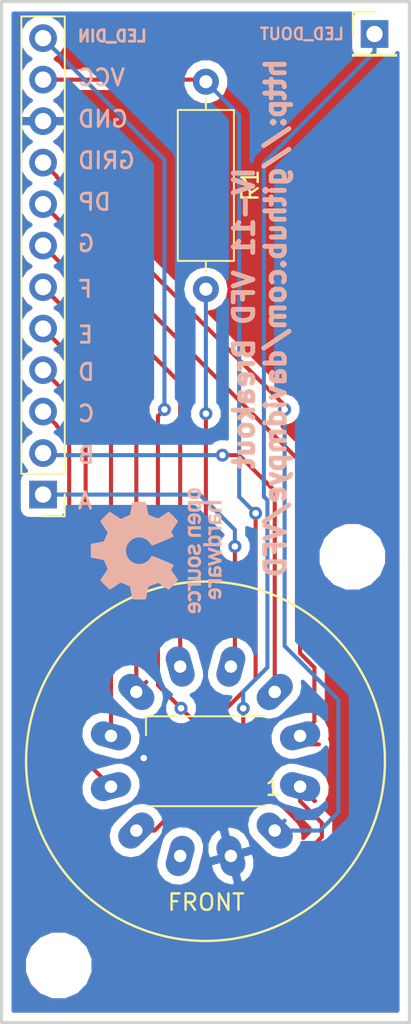
<source format=kicad_pcb>
(kicad_pcb (version 20171130) (host pcbnew 5.0.0-rc2-unknown-e4a6f2e~65~ubuntu18.04.1)

  (general
    (thickness 1.6)
    (drawings 17)
    (tracks 102)
    (zones 0)
    (modules 8)
    (nets 15)
  )

  (page A4)
  (layers
    (0 F.Cu signal)
    (31 B.Cu signal hide)
    (32 B.Adhes user)
    (33 F.Adhes user)
    (34 B.Paste user)
    (35 F.Paste user)
    (36 B.SilkS user)
    (37 F.SilkS user)
    (38 B.Mask user)
    (39 F.Mask user)
    (40 Dwgs.User user)
    (41 Cmts.User user)
    (42 Eco1.User user)
    (43 Eco2.User user)
    (44 Edge.Cuts user)
    (45 Margin user)
    (46 B.CrtYd user)
    (47 F.CrtYd user)
    (48 B.Fab user)
    (49 F.Fab user)
  )

  (setup
    (last_trace_width 0.25)
    (trace_clearance 0.2)
    (zone_clearance 0.508)
    (zone_45_only no)
    (trace_min 0.2)
    (segment_width 0.2)
    (edge_width 0.2)
    (via_size 0.8)
    (via_drill 0.4)
    (via_min_size 0.4)
    (via_min_drill 0.3)
    (uvia_size 0.3)
    (uvia_drill 0.1)
    (uvias_allowed no)
    (uvia_min_size 0.2)
    (uvia_min_drill 0.1)
    (pcb_text_width 0.3)
    (pcb_text_size 1.5 1.5)
    (mod_edge_width 0.15)
    (mod_text_size 1 1)
    (mod_text_width 0.15)
    (pad_size 3 3)
    (pad_drill 3)
    (pad_to_mask_clearance 0.2)
    (aux_axis_origin 0 0)
    (visible_elements FFFFFF7F)
    (pcbplotparams
      (layerselection 0x010f0_ffffffff)
      (usegerberextensions true)
      (usegerberattributes false)
      (usegerberadvancedattributes false)
      (creategerberjobfile false)
      (excludeedgelayer true)
      (linewidth 0.100000)
      (plotframeref false)
      (viasonmask false)
      (mode 1)
      (useauxorigin false)
      (hpglpennumber 1)
      (hpglpenspeed 20)
      (hpglpendiameter 15.000000)
      (psnegative false)
      (psa4output false)
      (plotreference true)
      (plotvalue true)
      (plotinvisibletext false)
      (padsonsilk false)
      (subtractmaskfromsilk false)
      (outputformat 1)
      (mirror false)
      (drillshape 0)
      (scaleselection 1)
      (outputdirectory ./))
  )

  (net 0 "")
  (net 1 GND)
  (net 2 /LED_DOUT)
  (net 3 /A)
  (net 4 /B)
  (net 5 /C)
  (net 6 /D)
  (net 7 /E)
  (net 8 /F)
  (net 9 /G)
  (net 10 /DP)
  (net 11 /GRID)
  (net 12 /LED_DIN)
  (net 13 VCC)
  (net 14 "Net-(R1-Pad2)")

  (net_class Default "This is the default net class."
    (clearance 0.2)
    (trace_width 0.25)
    (via_dia 0.8)
    (via_drill 0.4)
    (uvia_dia 0.3)
    (uvia_drill 0.1)
    (add_net /A)
    (add_net /B)
    (add_net /C)
    (add_net /D)
    (add_net /DP)
    (add_net /E)
    (add_net /F)
    (add_net /G)
    (add_net /GRID)
    (add_net /LED_DIN)
    (add_net /LED_DOUT)
    (add_net GND)
    (add_net "Net-(R1-Pad2)")
    (add_net VCC)
  )

  (module Resistor_THT:R_Axial_DIN0309_L9.0mm_D3.2mm_P12.70mm_Horizontal (layer F.Cu) (tedit 5AE5139B) (tstamp 5B16F32A)
    (at 112.522 104.902 270)
    (descr "Resistor, Axial_DIN0309 series, Axial, Horizontal, pin pitch=12.7mm, 0.5W = 1/2W, length*diameter=9*3.2mm^2, http://cdn-reichelt.de/documents/datenblatt/B400/1_4W%23YAG.pdf")
    (tags "Resistor Axial_DIN0309 series Axial Horizontal pin pitch 12.7mm 0.5W = 1/2W length 9mm diameter 3.2mm")
    (path /5B13AF49)
    (fp_text reference R1 (at 6.35 -2.72 270) (layer F.SilkS)
      (effects (font (size 1 1) (thickness 0.15)))
    )
    (fp_text value R (at 6.35 2.72 270) (layer F.Fab)
      (effects (font (size 1 1) (thickness 0.15)))
    )
    (fp_text user %R (at 6.35 0 270) (layer F.Fab)
      (effects (font (size 1 1) (thickness 0.15)))
    )
    (fp_line (start 13.75 -1.85) (end -1.05 -1.85) (layer F.CrtYd) (width 0.05))
    (fp_line (start 13.75 1.85) (end 13.75 -1.85) (layer F.CrtYd) (width 0.05))
    (fp_line (start -1.05 1.85) (end 13.75 1.85) (layer F.CrtYd) (width 0.05))
    (fp_line (start -1.05 -1.85) (end -1.05 1.85) (layer F.CrtYd) (width 0.05))
    (fp_line (start 11.66 0) (end 10.97 0) (layer F.SilkS) (width 0.12))
    (fp_line (start 1.04 0) (end 1.73 0) (layer F.SilkS) (width 0.12))
    (fp_line (start 10.97 -1.72) (end 1.73 -1.72) (layer F.SilkS) (width 0.12))
    (fp_line (start 10.97 1.72) (end 10.97 -1.72) (layer F.SilkS) (width 0.12))
    (fp_line (start 1.73 1.72) (end 10.97 1.72) (layer F.SilkS) (width 0.12))
    (fp_line (start 1.73 -1.72) (end 1.73 1.72) (layer F.SilkS) (width 0.12))
    (fp_line (start 12.7 0) (end 10.85 0) (layer F.Fab) (width 0.1))
    (fp_line (start 0 0) (end 1.85 0) (layer F.Fab) (width 0.1))
    (fp_line (start 10.85 -1.6) (end 1.85 -1.6) (layer F.Fab) (width 0.1))
    (fp_line (start 10.85 1.6) (end 10.85 -1.6) (layer F.Fab) (width 0.1))
    (fp_line (start 1.85 1.6) (end 10.85 1.6) (layer F.Fab) (width 0.1))
    (fp_line (start 1.85 -1.6) (end 1.85 1.6) (layer F.Fab) (width 0.1))
    (pad 2 thru_hole oval (at 12.7 0 270) (size 1.6 1.6) (drill 0.8) (layers *.Cu *.Mask)
      (net 14 "Net-(R1-Pad2)"))
    (pad 1 thru_hole circle (at 0 0 270) (size 1.6 1.6) (drill 0.8) (layers *.Cu *.Mask)
      (net 13 VCC))
    (model ${KISYS3DMOD}/Resistor_THT.3dshapes/R_Axial_DIN0309_L9.0mm_D3.2mm_P12.70mm_Horizontal.wrl
      (at (xyz 0 0 0))
      (scale (xyz 1 1 1))
      (rotate (xyz 0 0 0))
    )
  )

  (module VFD:IV-11 (layer F.Cu) (tedit 5B131A43) (tstamp 5B36522A)
    (at 112.5 146.5)
    (path /5B131352)
    (fp_text reference VFD1 (at 0 1.27) (layer F.SilkS) hide
      (effects (font (size 1 1) (thickness 0.15)))
    )
    (fp_text value IV-11 (at 0.078 -8.636 180) (layer F.Fab)
      (effects (font (size 1 1) (thickness 0.15)))
    )
    (fp_text user FRONT (at 0.040999 8.636) (layer F.SilkS)
      (effects (font (size 1 1) (thickness 0.15)))
    )
    (fp_circle (center 0 0) (end 11 0) (layer F.SilkS) (width 0.15))
    (pad 12 thru_hole oval (at -1.552915 5.795555 75) (size 2.5 1.524) (drill 0.762) (layers *.Cu *.Mask))
    (pad 11 thru_hole oval (at -4.242641 4.24264 45) (size 2.5 1.524) (drill 0.762) (layers *.Cu *.Mask)
      (net 14 "Net-(R1-Pad2)"))
    (pad 10 thru_hole oval (at -5.795555 1.552914 15) (size 2.5 1.524) (drill 0.762) (layers *.Cu *.Mask)
      (net 6 /D))
    (pad 9 thru_hole oval (at -5.795555 -1.552915 345) (size 2.5 1.524) (drill 0.762) (layers *.Cu *.Mask)
      (net 7 /E))
    (pad 8 thru_hole oval (at -4.24264 -4.242641 315) (size 2.5 1.524) (drill 0.762) (layers *.Cu *.Mask)
      (net 8 /F))
    (pad 7 thru_hole oval (at -1.552914 -5.795555 285) (size 2.5 1.524) (drill 0.762) (layers *.Cu *.Mask)
      (net 9 /G))
    (pad 6 thru_hole oval (at 1.552915 -5.795555 255) (size 2.5 1.524) (drill 0.762) (layers *.Cu *.Mask)
      (net 3 /A))
    (pad 5 thru_hole oval (at 4.242641 -4.24264 225) (size 2.5 1.524) (drill 0.762) (layers *.Cu *.Mask)
      (net 4 /B))
    (pad 4 thru_hole oval (at 5.795555 -1.552914 195) (size 2.5 1.524) (drill 0.762) (layers *.Cu *.Mask)
      (net 10 /DP))
    (pad 3 thru_hole oval (at 5.795555 1.552915 165) (size 2.5 1.524) (drill 0.762) (layers *.Cu *.Mask)
      (net 5 /C))
    (pad 2 thru_hole oval (at 4.24264 4.242641 135) (size 2.5 1.524) (drill 0.762) (layers *.Cu *.Mask)
      (net 11 /GRID))
    (pad 1 thru_hole oval (at 1.552914 5.795555 105) (size 2.5 1.524) (drill 0.762) (layers *.Cu *.Mask)
      (net 1 GND))
  )

  (module LED_SMD:LED_WS2812B_PLCC4_5.0x5.0mm_P3.2mm (layer F.Cu) (tedit 5B131A4C) (tstamp 5B364EEF)
    (at 112.5 146.5 180)
    (descr https://cdn-shop.adafruit.com/datasheets/WS2812B.pdf)
    (tags "LED RGB NeoPixel")
    (path /5B131414)
    (attr smd)
    (fp_text reference D1 (at 0 -3.5 180) (layer F.SilkS) hide
      (effects (font (size 1 1) (thickness 0.15)))
    )
    (fp_text value WS2812B (at 0 4 180) (layer F.Fab) hide
      (effects (font (size 1 1) (thickness 0.15)))
    )
    (fp_text user 1 (at -4.15 -1.6 180) (layer F.SilkS)
      (effects (font (size 1 1) (thickness 0.15)))
    )
    (fp_text user %R (at 0 0 180) (layer F.Fab) hide
      (effects (font (size 0.8 0.8) (thickness 0.15)))
    )
    (fp_line (start 3.45 -2.75) (end -3.45 -2.75) (layer F.CrtYd) (width 0.05))
    (fp_line (start 3.45 2.75) (end 3.45 -2.75) (layer F.CrtYd) (width 0.05))
    (fp_line (start -3.45 2.75) (end 3.45 2.75) (layer F.CrtYd) (width 0.05))
    (fp_line (start -3.45 -2.75) (end -3.45 2.75) (layer F.CrtYd) (width 0.05))
    (fp_line (start 2.5 1.5) (end 1.5 2.5) (layer F.Fab) (width 0.1))
    (fp_line (start -2.5 -2.5) (end -2.5 2.5) (layer F.Fab) (width 0.1))
    (fp_line (start -2.5 2.5) (end 2.5 2.5) (layer F.Fab) (width 0.1))
    (fp_line (start 2.5 2.5) (end 2.5 -2.5) (layer F.Fab) (width 0.1))
    (fp_line (start 2.5 -2.5) (end -2.5 -2.5) (layer F.Fab) (width 0.1))
    (fp_line (start -3.65 -2.75) (end 3.65 -2.75) (layer F.SilkS) (width 0.12))
    (fp_line (start -3.65 2.75) (end 3.65 2.75) (layer F.SilkS) (width 0.12))
    (fp_line (start 3.65 2.75) (end 3.65 1.6) (layer F.SilkS) (width 0.12))
    (fp_circle (center 0 0) (end 0 -2) (layer F.Fab) (width 0.1))
    (pad 3 smd rect (at 2.45 1.6 180) (size 1.5 1) (layers F.Cu F.Paste F.Mask)
      (net 1 GND))
    (pad 4 smd rect (at 2.45 -1.6 180) (size 1.5 1) (layers F.Cu F.Paste F.Mask)
      (net 12 /LED_DIN))
    (pad 2 smd rect (at -2.45 1.6 180) (size 1.5 1) (layers F.Cu F.Paste F.Mask)
      (net 2 /LED_DOUT))
    (pad 1 smd rect (at -2.45 -1.6 180) (size 1.5 1) (layers F.Cu F.Paste F.Mask)
      (net 13 VCC))
    (model ${KISYS3DMOD}/LED_SMD.3dshapes/LED_WS2812B_PLCC4_5.0x5.0mm_P3.2mm.wrl
      (at (xyz 0 0 0))
      (scale (xyz 1 1 1))
      (rotate (xyz 0 0 0))
    )
  )

  (module Connector_PinHeader_2.54mm:PinHeader_1x12_P2.54mm_Vertical (layer F.Cu) (tedit 5B131A8B) (tstamp 5B365DFA)
    (at 102.54 130.175 180)
    (descr "Through hole straight pin header, 1x12, 2.54mm pitch, single row")
    (tags "Through hole pin header THT 1x12 2.54mm single row")
    (path /5B13557E)
    (fp_text reference J1 (at 0 -2.33 180) (layer F.SilkS) hide
      (effects (font (size 1 1) (thickness 0.15)))
    )
    (fp_text value Conn_01x12_Male (at 0 30.27 180) (layer F.Fab) hide
      (effects (font (size 1 1) (thickness 0.15)))
    )
    (fp_line (start -0.635 -1.27) (end 1.27 -1.27) (layer F.Fab) (width 0.1))
    (fp_line (start 1.27 -1.27) (end 1.27 29.21) (layer F.Fab) (width 0.1))
    (fp_line (start 1.27 29.21) (end -1.27 29.21) (layer F.Fab) (width 0.1))
    (fp_line (start -1.27 29.21) (end -1.27 -0.635) (layer F.Fab) (width 0.1))
    (fp_line (start -1.27 -0.635) (end -0.635 -1.27) (layer F.Fab) (width 0.1))
    (fp_line (start -1.33 29.27) (end 1.33 29.27) (layer F.SilkS) (width 0.12))
    (fp_line (start -1.33 1.27) (end -1.33 29.27) (layer F.SilkS) (width 0.12))
    (fp_line (start 1.33 1.27) (end 1.33 29.27) (layer F.SilkS) (width 0.12))
    (fp_line (start -1.33 1.27) (end 1.33 1.27) (layer F.SilkS) (width 0.12))
    (fp_line (start -1.33 0) (end -1.33 -1.33) (layer F.SilkS) (width 0.12))
    (fp_line (start -1.33 -1.33) (end 0 -1.33) (layer F.SilkS) (width 0.12))
    (fp_line (start -1.8 -1.8) (end -1.8 29.75) (layer F.CrtYd) (width 0.05))
    (fp_line (start -1.8 29.75) (end 1.8 29.75) (layer F.CrtYd) (width 0.05))
    (fp_line (start 1.8 29.75) (end 1.8 -1.8) (layer F.CrtYd) (width 0.05))
    (fp_line (start 1.8 -1.8) (end -1.8 -1.8) (layer F.CrtYd) (width 0.05))
    (fp_text user %R (at 0 13.97 270) (layer F.Fab)
      (effects (font (size 1 1) (thickness 0.15)))
    )
    (pad 1 thru_hole rect (at 0 0 180) (size 1.7 1.7) (drill 1) (layers *.Cu *.Mask)
      (net 3 /A))
    (pad 2 thru_hole oval (at 0 2.54 180) (size 1.7 1.7) (drill 1) (layers *.Cu *.Mask)
      (net 4 /B))
    (pad 3 thru_hole oval (at 0 5.08 180) (size 1.7 1.7) (drill 1) (layers *.Cu *.Mask)
      (net 5 /C))
    (pad 4 thru_hole oval (at 0 7.62 180) (size 1.7 1.7) (drill 1) (layers *.Cu *.Mask)
      (net 6 /D))
    (pad 5 thru_hole oval (at 0 10.16 180) (size 1.7 1.7) (drill 1) (layers *.Cu *.Mask)
      (net 7 /E))
    (pad 6 thru_hole oval (at 0 12.7 180) (size 1.7 1.7) (drill 1) (layers *.Cu *.Mask)
      (net 8 /F))
    (pad 7 thru_hole oval (at 0 15.24 180) (size 1.7 1.7) (drill 1) (layers *.Cu *.Mask)
      (net 9 /G))
    (pad 8 thru_hole oval (at 0 17.78 180) (size 1.7 1.7) (drill 1) (layers *.Cu *.Mask)
      (net 10 /DP))
    (pad 9 thru_hole oval (at 0 20.32 180) (size 1.7 1.7) (drill 1) (layers *.Cu *.Mask)
      (net 11 /GRID))
    (pad 10 thru_hole oval (at 0 22.86 180) (size 1.7 1.7) (drill 1) (layers *.Cu *.Mask)
      (net 1 GND))
    (pad 11 thru_hole oval (at 0 25.4 180) (size 1.7 1.7) (drill 1) (layers *.Cu *.Mask)
      (net 13 VCC))
    (pad 12 thru_hole oval (at 0 27.94 180) (size 1.7 1.7) (drill 1) (layers *.Cu *.Mask)
      (net 12 /LED_DIN))
    (model ${KISYS3DMOD}/Connector_PinHeader_2.54mm.3dshapes/PinHeader_1x12_P2.54mm_Vertical.wrl
      (at (xyz 0 0 0))
      (scale (xyz 1 1 1))
      (rotate (xyz 0 0 0))
    )
  )

  (module Connector_PinHeader_2.54mm:PinHeader_1x01_P2.54mm_Vertical (layer F.Cu) (tedit 5B13BD89) (tstamp 5B366478)
    (at 122.86 101.981)
    (descr "Through hole straight pin header, 1x01, 2.54mm pitch, single row")
    (tags "Through hole pin header THT 1x01 2.54mm single row")
    (path /5B139411)
    (fp_text reference J2 (at 0 -2.33) (layer F.SilkS) hide
      (effects (font (size 1 1) (thickness 0.15)))
    )
    (fp_text value LED_DOUT (at -4.445 0) (layer B.SilkS)
      (effects (font (size 0.7 0.7) (thickness 0.15)) (justify mirror))
    )
    (fp_line (start -0.635 -1.27) (end 1.27 -1.27) (layer F.Fab) (width 0.1))
    (fp_line (start 1.27 -1.27) (end 1.27 1.27) (layer F.Fab) (width 0.1))
    (fp_line (start 1.27 1.27) (end -1.27 1.27) (layer F.Fab) (width 0.1))
    (fp_line (start -1.27 1.27) (end -1.27 -0.635) (layer F.Fab) (width 0.1))
    (fp_line (start -1.27 -0.635) (end -0.635 -1.27) (layer F.Fab) (width 0.1))
    (fp_line (start -1.33 1.33) (end 1.33 1.33) (layer F.SilkS) (width 0.12))
    (fp_line (start -1.33 1.27) (end -1.33 1.33) (layer F.SilkS) (width 0.12))
    (fp_line (start 1.33 1.27) (end 1.33 1.33) (layer F.SilkS) (width 0.12))
    (fp_line (start -1.33 1.27) (end 1.33 1.27) (layer F.SilkS) (width 0.12))
    (fp_line (start -1.33 0) (end -1.33 -1.33) (layer F.SilkS) (width 0.12))
    (fp_line (start -1.33 -1.33) (end 0 -1.33) (layer F.SilkS) (width 0.12))
    (fp_line (start -1.8 -1.8) (end -1.8 1.8) (layer F.CrtYd) (width 0.05))
    (fp_line (start -1.8 1.8) (end 1.8 1.8) (layer F.CrtYd) (width 0.05))
    (fp_line (start 1.8 1.8) (end 1.8 -1.8) (layer F.CrtYd) (width 0.05))
    (fp_line (start 1.8 -1.8) (end -1.8 -1.8) (layer F.CrtYd) (width 0.05))
    (fp_text user %R (at 0 0 90) (layer F.Fab)
      (effects (font (size 1 1) (thickness 0.15)))
    )
    (pad 1 thru_hole rect (at 0 0) (size 1.7 1.7) (drill 1) (layers *.Cu *.Mask)
      (net 2 /LED_DOUT))
    (model ${KISYS3DMOD}/Connector_PinHeader_2.54mm.3dshapes/PinHeader_1x01_P2.54mm_Vertical.wrl
      (at (xyz 0 0 0))
      (scale (xyz 1 1 1))
      (rotate (xyz 0 0 0))
    )
  )

  (module Symbol:OSHW-Logo_7.5x8mm_SilkScreen (layer B.Cu) (tedit 0) (tstamp 5B3805C7)
    (at 109.474 133.604 270)
    (descr "Open Source Hardware Logo")
    (tags "Logo OSHW")
    (attr virtual)
    (fp_text reference REF** (at 0 0 270) (layer B.SilkS) hide
      (effects (font (size 1 1) (thickness 0.15)) (justify mirror))
    )
    (fp_text value OSHW-Logo_7.5x8mm_SilkScreen (at 0.75 0 270) (layer B.Fab) hide
      (effects (font (size 1 1) (thickness 0.15)) (justify mirror))
    )
    (fp_poly (pts (xy 0.500964 3.601424) (xy 0.576513 3.200678) (xy 1.134041 2.970846) (xy 1.468465 3.198252)
      (xy 1.562122 3.261569) (xy 1.646782 3.318104) (xy 1.718495 3.365273) (xy 1.773311 3.400498)
      (xy 1.80728 3.421195) (xy 1.81653 3.425658) (xy 1.833195 3.41418) (xy 1.868806 3.382449)
      (xy 1.919371 3.334517) (xy 1.9809 3.274438) (xy 2.049399 3.206267) (xy 2.120879 3.134055)
      (xy 2.191347 3.061858) (xy 2.256811 2.993727) (xy 2.31328 2.933717) (xy 2.356763 2.885881)
      (xy 2.383268 2.854273) (xy 2.389605 2.843695) (xy 2.380486 2.824194) (xy 2.35492 2.781469)
      (xy 2.315597 2.719702) (xy 2.265203 2.643069) (xy 2.206427 2.555752) (xy 2.172368 2.505948)
      (xy 2.110289 2.415007) (xy 2.055126 2.332941) (xy 2.009554 2.263837) (xy 1.97625 2.211778)
      (xy 1.95789 2.18085) (xy 1.955131 2.17435) (xy 1.961385 2.155879) (xy 1.978434 2.112828)
      (xy 2.003703 2.051251) (xy 2.034622 1.977201) (xy 2.068618 1.89673) (xy 2.103118 1.815893)
      (xy 2.135551 1.740742) (xy 2.163343 1.677329) (xy 2.183923 1.631707) (xy 2.194719 1.609931)
      (xy 2.195356 1.609074) (xy 2.212307 1.604916) (xy 2.257451 1.595639) (xy 2.32611 1.582156)
      (xy 2.413602 1.565379) (xy 2.51525 1.546219) (xy 2.574556 1.53517) (xy 2.683172 1.51449)
      (xy 2.781277 1.494811) (xy 2.863909 1.477211) (xy 2.926104 1.462767) (xy 2.962899 1.452554)
      (xy 2.970296 1.449314) (xy 2.97754 1.427383) (xy 2.983385 1.377853) (xy 2.987835 1.306515)
      (xy 2.990893 1.219161) (xy 2.992565 1.121583) (xy 2.992853 1.019574) (xy 2.991761 0.918925)
      (xy 2.989294 0.825428) (xy 2.985456 0.744875) (xy 2.98025 0.683058) (xy 2.973681 0.64577)
      (xy 2.969741 0.638007) (xy 2.946188 0.628702) (xy 2.896282 0.6154) (xy 2.826623 0.599663)
      (xy 2.743813 0.583054) (xy 2.714905 0.577681) (xy 2.575531 0.552152) (xy 2.465436 0.531592)
      (xy 2.380982 0.515185) (xy 2.31853 0.502113) (xy 2.274444 0.491559) (xy 2.245085 0.482706)
      (xy 2.226815 0.474737) (xy 2.215998 0.466835) (xy 2.214485 0.465273) (xy 2.199377 0.440114)
      (xy 2.176329 0.39115) (xy 2.147644 0.324379) (xy 2.115622 0.245795) (xy 2.082565 0.161393)
      (xy 2.050773 0.07717) (xy 2.022549 -0.000879) (xy 2.000193 -0.066759) (xy 1.986007 -0.114473)
      (xy 1.982293 -0.138027) (xy 1.982602 -0.138852) (xy 1.995189 -0.158104) (xy 2.023744 -0.200463)
      (xy 2.065267 -0.261521) (xy 2.116756 -0.336868) (xy 2.175211 -0.422096) (xy 2.191858 -0.446315)
      (xy 2.251215 -0.534123) (xy 2.303447 -0.614238) (xy 2.345708 -0.682062) (xy 2.375153 -0.732993)
      (xy 2.388937 -0.762431) (xy 2.389605 -0.766048) (xy 2.378024 -0.785057) (xy 2.346024 -0.822714)
      (xy 2.297718 -0.874973) (xy 2.23722 -0.937786) (xy 2.168644 -1.007106) (xy 2.096104 -1.078885)
      (xy 2.023712 -1.149077) (xy 1.955584 -1.213635) (xy 1.895832 -1.26851) (xy 1.848571 -1.309656)
      (xy 1.817913 -1.333026) (xy 1.809432 -1.336842) (xy 1.789691 -1.327855) (xy 1.749274 -1.303616)
      (xy 1.694763 -1.268209) (xy 1.652823 -1.239711) (xy 1.576829 -1.187418) (xy 1.486834 -1.125845)
      (xy 1.396564 -1.06437) (xy 1.348032 -1.031469) (xy 1.183762 -0.920359) (xy 1.045869 -0.994916)
      (xy 0.983049 -1.027578) (xy 0.929629 -1.052966) (xy 0.893484 -1.067446) (xy 0.884284 -1.06946)
      (xy 0.873221 -1.054584) (xy 0.851394 -1.012547) (xy 0.820434 -0.947227) (xy 0.78197 -0.8625)
      (xy 0.737632 -0.762245) (xy 0.689047 -0.650339) (xy 0.637846 -0.530659) (xy 0.585659 -0.407084)
      (xy 0.534113 -0.283491) (xy 0.48484 -0.163757) (xy 0.439467 -0.051759) (xy 0.399625 0.048623)
      (xy 0.366942 0.133514) (xy 0.343049 0.199035) (xy 0.329574 0.24131) (xy 0.327406 0.255828)
      (xy 0.344583 0.274347) (xy 0.38219 0.30441) (xy 0.432366 0.339768) (xy 0.436578 0.342566)
      (xy 0.566264 0.446375) (xy 0.670834 0.567485) (xy 0.749381 0.702024) (xy 0.800999 0.846118)
      (xy 0.824782 0.995895) (xy 0.819823 1.147483) (xy 0.785217 1.297008) (xy 0.720057 1.4406)
      (xy 0.700886 1.472016) (xy 0.601174 1.598875) (xy 0.483377 1.700745) (xy 0.351571 1.777096)
      (xy 0.209833 1.827398) (xy 0.062242 1.851121) (xy -0.087127 1.847735) (xy -0.234197 1.816712)
      (xy -0.374889 1.75752) (xy -0.505127 1.669631) (xy -0.545414 1.633958) (xy -0.647945 1.522294)
      (xy -0.722659 1.404743) (xy -0.77391 1.27298) (xy -0.802454 1.142493) (xy -0.8095 0.995784)
      (xy -0.786004 0.848347) (xy -0.734351 0.705166) (xy -0.656929 0.571223) (xy -0.556125 0.451502)
      (xy -0.434324 0.350986) (xy -0.418316 0.340391) (xy -0.367602 0.305694) (xy -0.32905 0.27563)
      (xy -0.310619 0.256435) (xy -0.310351 0.255828) (xy -0.314308 0.235064) (xy -0.329993 0.187938)
      (xy -0.355778 0.118327) (xy -0.390031 0.030107) (xy -0.431123 -0.072844) (xy -0.477424 -0.18665)
      (xy -0.527304 -0.307435) (xy -0.579133 -0.431321) (xy -0.631281 -0.554432) (xy -0.682118 -0.672891)
      (xy -0.730013 -0.782823) (xy -0.773338 -0.880349) (xy -0.810462 -0.961593) (xy -0.839756 -1.022679)
      (xy -0.859588 -1.05973) (xy -0.867574 -1.06946) (xy -0.891979 -1.061883) (xy -0.937642 -1.04156)
      (xy -0.99669 -1.012125) (xy -1.02916 -0.994916) (xy -1.167053 -0.920359) (xy -1.331323 -1.031469)
      (xy -1.415179 -1.08839) (xy -1.506987 -1.15103) (xy -1.59302 -1.210011) (xy -1.636113 -1.239711)
      (xy -1.696723 -1.28041) (xy -1.748045 -1.312663) (xy -1.783385 -1.332384) (xy -1.794863 -1.336554)
      (xy -1.81157 -1.325307) (xy -1.848546 -1.293911) (xy -1.902205 -1.245624) (xy -1.968962 -1.183708)
      (xy -2.045234 -1.111421) (xy -2.093473 -1.065008) (xy -2.177867 -0.982087) (xy -2.250803 -0.90792)
      (xy -2.309331 -0.84568) (xy -2.350503 -0.798541) (xy -2.371372 -0.769673) (xy -2.373374 -0.763815)
      (xy -2.364083 -0.741532) (xy -2.338409 -0.696477) (xy -2.2992 -0.633211) (xy -2.249303 -0.556295)
      (xy -2.191567 -0.470292) (xy -2.175149 -0.446315) (xy -2.115323 -0.35917) (xy -2.06165 -0.28071)
      (xy -2.01713 -0.215345) (xy -1.984765 -0.167484) (xy -1.967555 -0.141535) (xy -1.965893 -0.138852)
      (xy -1.968379 -0.118172) (xy -1.981577 -0.072704) (xy -2.003186 -0.008444) (xy -2.030904 0.068613)
      (xy -2.06243 0.152471) (xy -2.095463 0.237134) (xy -2.127701 0.316608) (xy -2.156843 0.384896)
      (xy -2.180588 0.436003) (xy -2.196635 0.463933) (xy -2.197775 0.465273) (xy -2.207588 0.473255)
      (xy -2.224161 0.481149) (xy -2.251132 0.489771) (xy -2.292139 0.499938) (xy -2.35082 0.512469)
      (xy -2.430813 0.528179) (xy -2.535755 0.547887) (xy -2.669285 0.572408) (xy -2.698196 0.577681)
      (xy -2.783882 0.594236) (xy -2.858582 0.610431) (xy -2.915694 0.624704) (xy -2.948617 0.635492)
      (xy -2.953031 0.638007) (xy -2.960306 0.660304) (xy -2.966219 0.710131) (xy -2.970766 0.781696)
      (xy -2.973945 0.869207) (xy -2.975749 0.966872) (xy -2.976177 1.068899) (xy -2.975223 1.169497)
      (xy -2.972884 1.262873) (xy -2.969156 1.343235) (xy -2.964034 1.404791) (xy -2.957516 1.44175)
      (xy -2.953586 1.449314) (xy -2.931708 1.456944) (xy -2.881891 1.469358) (xy -2.809097 1.485478)
      (xy -2.718289 1.504227) (xy -2.614431 1.524529) (xy -2.557846 1.53517) (xy -2.450486 1.55524)
      (xy -2.354746 1.57342) (xy -2.275306 1.588801) (xy -2.216846 1.600469) (xy -2.184045 1.607512)
      (xy -2.178646 1.609074) (xy -2.169522 1.626678) (xy -2.150235 1.669082) (xy -2.123355 1.730228)
      (xy -2.091454 1.804057) (xy -2.057102 1.884511) (xy -2.022871 1.965532) (xy -1.991331 2.041063)
      (xy -1.965054 2.105045) (xy -1.946611 2.15142) (xy -1.938571 2.174131) (xy -1.938422 2.175124)
      (xy -1.947535 2.193039) (xy -1.973086 2.234267) (xy -2.012388 2.294709) (xy -2.062757 2.370269)
      (xy -2.121506 2.456848) (xy -2.155658 2.506579) (xy -2.21789 2.597764) (xy -2.273164 2.680551)
      (xy -2.318782 2.750751) (xy -2.352048 2.804176) (xy -2.370264 2.836639) (xy -2.372895 2.843917)
      (xy -2.361586 2.860855) (xy -2.330319 2.897022) (xy -2.28309 2.948365) (xy -2.223892 3.010833)
      (xy -2.156719 3.080374) (xy -2.085566 3.152935) (xy -2.014426 3.224465) (xy -1.947293 3.290913)
      (xy -1.888161 3.348226) (xy -1.841025 3.392353) (xy -1.809877 3.419241) (xy -1.799457 3.425658)
      (xy -1.782491 3.416635) (xy -1.741911 3.391285) (xy -1.681663 3.35219) (xy -1.605693 3.301929)
      (xy -1.517946 3.243083) (xy -1.451756 3.198252) (xy -1.117332 2.970846) (xy -0.838567 3.085762)
      (xy -0.559803 3.200678) (xy -0.484254 3.601424) (xy -0.408706 4.002171) (xy 0.425415 4.002171)
      (xy 0.500964 3.601424)) (layer B.SilkS) (width 0.01))
    (fp_poly (pts (xy 2.391388 -1.937645) (xy 2.448865 -1.955206) (xy 2.485872 -1.977395) (xy 2.497927 -1.994942)
      (xy 2.494609 -2.015742) (xy 2.473079 -2.048419) (xy 2.454874 -2.071562) (xy 2.417344 -2.113402)
      (xy 2.389148 -2.131005) (xy 2.365111 -2.129856) (xy 2.293808 -2.11171) (xy 2.241442 -2.112534)
      (xy 2.198918 -2.133098) (xy 2.184642 -2.145134) (xy 2.138947 -2.187483) (xy 2.138947 -2.740526)
      (xy 1.955131 -2.740526) (xy 1.955131 -1.938421) (xy 2.047039 -1.938421) (xy 2.102219 -1.940603)
      (xy 2.130688 -1.948351) (xy 2.138943 -1.963468) (xy 2.138947 -1.963916) (xy 2.142845 -1.979749)
      (xy 2.160474 -1.977684) (xy 2.184901 -1.966261) (xy 2.23535 -1.945005) (xy 2.276316 -1.932216)
      (xy 2.329028 -1.928938) (xy 2.391388 -1.937645)) (layer B.SilkS) (width 0.01))
    (fp_poly (pts (xy -1.002043 -1.952226) (xy -0.960454 -1.97209) (xy -0.920175 -2.000784) (xy -0.88949 -2.033809)
      (xy -0.867139 -2.075931) (xy -0.851864 -2.131915) (xy -0.842408 -2.206528) (xy -0.837513 -2.304535)
      (xy -0.835919 -2.430702) (xy -0.835894 -2.443914) (xy -0.835527 -2.740526) (xy -1.019343 -2.740526)
      (xy -1.019343 -2.467081) (xy -1.019473 -2.365777) (xy -1.020379 -2.292353) (xy -1.022827 -2.241271)
      (xy -1.027586 -2.20699) (xy -1.035426 -2.183971) (xy -1.047115 -2.166673) (xy -1.063398 -2.149581)
      (xy -1.120366 -2.112857) (xy -1.182555 -2.106042) (xy -1.241801 -2.129261) (xy -1.262405 -2.146543)
      (xy -1.27753 -2.162791) (xy -1.28839 -2.180191) (xy -1.29569 -2.204212) (xy -1.300137 -2.240322)
      (xy -1.302436 -2.293988) (xy -1.303296 -2.37068) (xy -1.303422 -2.464043) (xy -1.303422 -2.740526)
      (xy -1.487237 -2.740526) (xy -1.487237 -1.938421) (xy -1.395329 -1.938421) (xy -1.340149 -1.940603)
      (xy -1.31168 -1.948351) (xy -1.303425 -1.963468) (xy -1.303422 -1.963916) (xy -1.299592 -1.97872)
      (xy -1.282699 -1.97704) (xy -1.249112 -1.960773) (xy -1.172937 -1.93684) (xy -1.0858 -1.934178)
      (xy -1.002043 -1.952226)) (layer B.SilkS) (width 0.01))
    (fp_poly (pts (xy 3.558784 -1.935554) (xy 3.601574 -1.945949) (xy 3.683609 -1.984013) (xy 3.753757 -2.042149)
      (xy 3.802305 -2.111852) (xy 3.808975 -2.127502) (xy 3.818124 -2.168496) (xy 3.824529 -2.229138)
      (xy 3.82671 -2.29043) (xy 3.82671 -2.406316) (xy 3.584407 -2.406316) (xy 3.484471 -2.406693)
      (xy 3.414069 -2.408987) (xy 3.369313 -2.414938) (xy 3.346315 -2.426285) (xy 3.341189 -2.444771)
      (xy 3.350048 -2.472136) (xy 3.365917 -2.504155) (xy 3.410184 -2.557592) (xy 3.471699 -2.584215)
      (xy 3.546885 -2.583347) (xy 3.632053 -2.554371) (xy 3.705659 -2.518611) (xy 3.766734 -2.566904)
      (xy 3.82781 -2.615197) (xy 3.770351 -2.668285) (xy 3.693641 -2.718445) (xy 3.599302 -2.748688)
      (xy 3.497827 -2.757151) (xy 3.399711 -2.741974) (xy 3.383881 -2.736824) (xy 3.297647 -2.691791)
      (xy 3.233501 -2.624652) (xy 3.190091 -2.533405) (xy 3.166064 -2.416044) (xy 3.165784 -2.413529)
      (xy 3.163633 -2.285627) (xy 3.172329 -2.239997) (xy 3.342105 -2.239997) (xy 3.357697 -2.247013)
      (xy 3.400029 -2.252388) (xy 3.462434 -2.255457) (xy 3.501981 -2.255921) (xy 3.575728 -2.25563)
      (xy 3.62184 -2.253783) (xy 3.6461 -2.248912) (xy 3.654294 -2.239555) (xy 3.652206 -2.224245)
      (xy 3.650455 -2.218322) (xy 3.62056 -2.162668) (xy 3.573542 -2.117815) (xy 3.532049 -2.098105)
      (xy 3.476926 -2.099295) (xy 3.421068 -2.123875) (xy 3.374212 -2.16457) (xy 3.346094 -2.214108)
      (xy 3.342105 -2.239997) (xy 3.172329 -2.239997) (xy 3.185074 -2.173133) (xy 3.227611 -2.078727)
      (xy 3.288747 -2.005088) (xy 3.365985 -1.954893) (xy 3.45683 -1.930822) (xy 3.558784 -1.935554)) (layer B.SilkS) (width 0.01))
    (fp_poly (pts (xy 2.946576 -1.945419) (xy 3.043395 -1.986549) (xy 3.07389 -2.006571) (xy 3.112865 -2.03734)
      (xy 3.137331 -2.061533) (xy 3.141578 -2.069413) (xy 3.129584 -2.086899) (xy 3.098887 -2.11657)
      (xy 3.074312 -2.137279) (xy 3.007046 -2.191336) (xy 2.95393 -2.146642) (xy 2.912884 -2.117789)
      (xy 2.872863 -2.107829) (xy 2.827059 -2.110261) (xy 2.754324 -2.128345) (xy 2.704256 -2.165881)
      (xy 2.673829 -2.226562) (xy 2.660017 -2.314081) (xy 2.660013 -2.314136) (xy 2.661208 -2.411958)
      (xy 2.679772 -2.48373) (xy 2.716804 -2.532595) (xy 2.74205 -2.549143) (xy 2.809097 -2.569749)
      (xy 2.880709 -2.569762) (xy 2.943015 -2.549768) (xy 2.957763 -2.54) (xy 2.99475 -2.515047)
      (xy 3.023668 -2.510958) (xy 3.054856 -2.52953) (xy 3.089336 -2.562887) (xy 3.143912 -2.619196)
      (xy 3.083318 -2.669142) (xy 2.989698 -2.725513) (xy 2.884125 -2.753293) (xy 2.773798 -2.751282)
      (xy 2.701343 -2.732862) (xy 2.616656 -2.68731) (xy 2.548927 -2.61565) (xy 2.518157 -2.565066)
      (xy 2.493236 -2.492488) (xy 2.480766 -2.400569) (xy 2.48067 -2.300948) (xy 2.49287 -2.205267)
      (xy 2.51729 -2.125169) (xy 2.521136 -2.116956) (xy 2.578093 -2.036413) (xy 2.655209 -1.977771)
      (xy 2.74639 -1.942247) (xy 2.845543 -1.931057) (xy 2.946576 -1.945419)) (layer B.SilkS) (width 0.01))
    (fp_poly (pts (xy 1.320131 -2.198533) (xy 1.32171 -2.321089) (xy 1.327481 -2.414179) (xy 1.338991 -2.481651)
      (xy 1.35779 -2.527355) (xy 1.385426 -2.555139) (xy 1.423448 -2.568854) (xy 1.470526 -2.572358)
      (xy 1.519832 -2.568432) (xy 1.557283 -2.554089) (xy 1.584428 -2.525478) (xy 1.602815 -2.478751)
      (xy 1.613993 -2.410058) (xy 1.619511 -2.31555) (xy 1.620921 -2.198533) (xy 1.620921 -1.938421)
      (xy 1.804736 -1.938421) (xy 1.804736 -2.740526) (xy 1.712828 -2.740526) (xy 1.657422 -2.738281)
      (xy 1.628891 -2.730396) (xy 1.620921 -2.715428) (xy 1.61612 -2.702097) (xy 1.597014 -2.704917)
      (xy 1.558504 -2.723783) (xy 1.470239 -2.752887) (xy 1.376623 -2.750825) (xy 1.286921 -2.719221)
      (xy 1.244204 -2.694257) (xy 1.211621 -2.667226) (xy 1.187817 -2.633405) (xy 1.171439 -2.588068)
      (xy 1.161131 -2.526489) (xy 1.155541 -2.443943) (xy 1.153312 -2.335705) (xy 1.153026 -2.252004)
      (xy 1.153026 -1.938421) (xy 1.320131 -1.938421) (xy 1.320131 -2.198533)) (layer B.SilkS) (width 0.01))
    (fp_poly (pts (xy 0.811669 -1.94831) (xy 0.896192 -1.99434) (xy 0.962321 -2.067006) (xy 0.993478 -2.126106)
      (xy 1.006855 -2.178305) (xy 1.015522 -2.252719) (xy 1.019237 -2.338442) (xy 1.017754 -2.424569)
      (xy 1.010831 -2.500193) (xy 1.002745 -2.540584) (xy 0.975465 -2.59584) (xy 0.92822 -2.65453)
      (xy 0.871282 -2.705852) (xy 0.814924 -2.739005) (xy 0.81355 -2.739531) (xy 0.743616 -2.754018)
      (xy 0.660737 -2.754377) (xy 0.581977 -2.741188) (xy 0.551566 -2.730617) (xy 0.473239 -2.686201)
      (xy 0.417143 -2.628007) (xy 0.380286 -2.550965) (xy 0.35968 -2.450001) (xy 0.355018 -2.397116)
      (xy 0.355613 -2.330663) (xy 0.534736 -2.330663) (xy 0.54077 -2.42763) (xy 0.558138 -2.501523)
      (xy 0.58574 -2.548736) (xy 0.605404 -2.562237) (xy 0.655787 -2.571651) (xy 0.715673 -2.568864)
      (xy 0.767449 -2.555316) (xy 0.781027 -2.547862) (xy 0.816849 -2.504451) (xy 0.840493 -2.438014)
      (xy 0.850558 -2.357161) (xy 0.845642 -2.270502) (xy 0.834655 -2.218349) (xy 0.803109 -2.157951)
      (xy 0.753311 -2.120197) (xy 0.693337 -2.107143) (xy 0.631264 -2.120849) (xy 0.583582 -2.154372)
      (xy 0.558525 -2.182031) (xy 0.5439 -2.209294) (xy 0.536929 -2.24619) (xy 0.534833 -2.30275)
      (xy 0.534736 -2.330663) (xy 0.355613 -2.330663) (xy 0.356282 -2.255994) (xy 0.379265 -2.140271)
      (xy 0.423972 -2.049941) (xy 0.490405 -1.985) (xy 0.578565 -1.945445) (xy 0.597495 -1.940858)
      (xy 0.711266 -1.93009) (xy 0.811669 -1.94831)) (layer B.SilkS) (width 0.01))
    (fp_poly (pts (xy 0.018628 -1.935547) (xy 0.081908 -1.947548) (xy 0.147557 -1.972648) (xy 0.154572 -1.975848)
      (xy 0.204356 -2.002026) (xy 0.238834 -2.026353) (xy 0.249978 -2.041937) (xy 0.239366 -2.067353)
      (xy 0.213588 -2.104853) (xy 0.202146 -2.118852) (xy 0.154992 -2.173954) (xy 0.094201 -2.138086)
      (xy 0.036347 -2.114192) (xy -0.0305 -2.10142) (xy -0.094606 -2.100613) (xy -0.144236 -2.112615)
      (xy -0.156146 -2.120105) (xy -0.178828 -2.15445) (xy -0.181584 -2.194013) (xy -0.164612 -2.22492)
      (xy -0.154573 -2.230913) (xy -0.12449 -2.238357) (xy -0.071611 -2.247106) (xy -0.006425 -2.255467)
      (xy 0.0056 -2.256778) (xy 0.110297 -2.274888) (xy 0.186232 -2.305651) (xy 0.236592 -2.351907)
      (xy 0.264564 -2.416497) (xy 0.273278 -2.495387) (xy 0.26124 -2.585065) (xy 0.222151 -2.655486)
      (xy 0.155855 -2.706777) (xy 0.062194 -2.739067) (xy -0.041777 -2.751807) (xy -0.126562 -2.751654)
      (xy -0.195335 -2.740083) (xy -0.242303 -2.724109) (xy -0.30165 -2.696275) (xy -0.356494 -2.663973)
      (xy -0.375987 -2.649755) (xy -0.426119 -2.608835) (xy -0.305197 -2.486477) (xy -0.236457 -2.531967)
      (xy -0.167512 -2.566133) (xy -0.093889 -2.584004) (xy -0.023117 -2.585889) (xy 0.037274 -2.572101)
      (xy 0.079757 -2.542949) (xy 0.093474 -2.518352) (xy 0.091417 -2.478904) (xy 0.05733 -2.448737)
      (xy -0.008692 -2.427906) (xy -0.081026 -2.418279) (xy -0.192348 -2.39991) (xy -0.275048 -2.365254)
      (xy -0.330235 -2.313297) (xy -0.359012 -2.243023) (xy -0.362999 -2.159707) (xy -0.343307 -2.072681)
      (xy -0.298411 -2.006902) (xy -0.227909 -1.962068) (xy -0.131399 -1.937879) (xy -0.0599 -1.933137)
      (xy 0.018628 -1.935547)) (layer B.SilkS) (width 0.01))
    (fp_poly (pts (xy -1.802982 -1.957027) (xy -1.78633 -1.964866) (xy -1.728695 -2.007086) (xy -1.674195 -2.0687)
      (xy -1.633501 -2.136543) (xy -1.621926 -2.167734) (xy -1.611366 -2.223449) (xy -1.605069 -2.290781)
      (xy -1.604304 -2.318585) (xy -1.604211 -2.406316) (xy -2.10915 -2.406316) (xy -2.098387 -2.45227)
      (xy -2.071967 -2.50662) (xy -2.025778 -2.553591) (xy -1.970828 -2.583848) (xy -1.935811 -2.590131)
      (xy -1.888323 -2.582506) (xy -1.831665 -2.563383) (xy -1.812418 -2.554584) (xy -1.741241 -2.519036)
      (xy -1.680498 -2.565367) (xy -1.645448 -2.596703) (xy -1.626798 -2.622567) (xy -1.625853 -2.630158)
      (xy -1.642515 -2.648556) (xy -1.67903 -2.676515) (xy -1.712172 -2.698327) (xy -1.801607 -2.737537)
      (xy -1.901871 -2.755285) (xy -2.001246 -2.75067) (xy -2.080461 -2.726551) (xy -2.16212 -2.674884)
      (xy -2.220151 -2.606856) (xy -2.256454 -2.518843) (xy -2.272928 -2.407216) (xy -2.274389 -2.356138)
      (xy -2.268543 -2.239091) (xy -2.267825 -2.235686) (xy -2.100511 -2.235686) (xy -2.095903 -2.246662)
      (xy -2.076964 -2.252715) (xy -2.037902 -2.25531) (xy -1.972923 -2.25591) (xy -1.947903 -2.255921)
      (xy -1.871779 -2.255014) (xy -1.823504 -2.25172) (xy -1.79754 -2.245181) (xy -1.788352 -2.234537)
      (xy -1.788027 -2.231119) (xy -1.798513 -2.203956) (xy -1.824758 -2.165903) (xy -1.836041 -2.152579)
      (xy -1.877928 -2.114896) (xy -1.921591 -2.10008) (xy -1.945115 -2.098842) (xy -2.008757 -2.114329)
      (xy -2.062127 -2.15593) (xy -2.095981 -2.216353) (xy -2.096581 -2.218322) (xy -2.100511 -2.235686)
      (xy -2.267825 -2.235686) (xy -2.249101 -2.146928) (xy -2.214078 -2.07319) (xy -2.171244 -2.020848)
      (xy -2.092052 -1.964092) (xy -1.99896 -1.933762) (xy -1.899945 -1.931021) (xy -1.802982 -1.957027)) (layer B.SilkS) (width 0.01))
    (fp_poly (pts (xy -3.373216 -1.947104) (xy -3.285795 -1.985754) (xy -3.21943 -2.05029) (xy -3.174024 -2.140812)
      (xy -3.149482 -2.257418) (xy -3.147723 -2.275624) (xy -3.146344 -2.403984) (xy -3.164216 -2.516496)
      (xy -3.20025 -2.607688) (xy -3.219545 -2.637022) (xy -3.286755 -2.699106) (xy -3.37235 -2.739316)
      (xy -3.46811 -2.756003) (xy -3.565813 -2.747517) (xy -3.640083 -2.72138) (xy -3.703953 -2.677335)
      (xy -3.756154 -2.619587) (xy -3.757057 -2.618236) (xy -3.778256 -2.582593) (xy -3.792033 -2.546752)
      (xy -3.800376 -2.501519) (xy -3.805273 -2.437701) (xy -3.807431 -2.385368) (xy -3.808329 -2.33791)
      (xy -3.641257 -2.33791) (xy -3.639624 -2.385154) (xy -3.633696 -2.448046) (xy -3.623239 -2.488407)
      (xy -3.604381 -2.517122) (xy -3.586719 -2.533896) (xy -3.524106 -2.569016) (xy -3.458592 -2.57371)
      (xy -3.397579 -2.54844) (xy -3.367072 -2.520124) (xy -3.345089 -2.491589) (xy -3.332231 -2.464284)
      (xy -3.326588 -2.42875) (xy -3.326249 -2.375524) (xy -3.327988 -2.326506) (xy -3.331729 -2.256482)
      (xy -3.337659 -2.211064) (xy -3.348347 -2.18144) (xy -3.366361 -2.158797) (xy -3.380637 -2.145855)
      (xy -3.440349 -2.11186) (xy -3.504766 -2.110165) (xy -3.558781 -2.130301) (xy -3.60486 -2.172352)
      (xy -3.632311 -2.241428) (xy -3.641257 -2.33791) (xy -3.808329 -2.33791) (xy -3.809401 -2.281299)
      (xy -3.806036 -2.203468) (xy -3.795955 -2.14493) (xy -3.777774 -2.098737) (xy -3.75011 -2.057942)
      (xy -3.739854 -2.045828) (xy -3.675722 -1.985474) (xy -3.606934 -1.95022) (xy -3.522811 -1.93545)
      (xy -3.481791 -1.934243) (xy -3.373216 -1.947104)) (layer B.SilkS) (width 0.01))
    (fp_poly (pts (xy 2.701193 -3.196078) (xy 2.781068 -3.216845) (xy 2.847962 -3.259705) (xy 2.880351 -3.291723)
      (xy 2.933445 -3.367413) (xy 2.963873 -3.455216) (xy 2.974327 -3.56315) (xy 2.97438 -3.571875)
      (xy 2.974473 -3.659605) (xy 2.469534 -3.659605) (xy 2.480298 -3.705559) (xy 2.499732 -3.747178)
      (xy 2.533745 -3.790544) (xy 2.54086 -3.797467) (xy 2.602003 -3.834935) (xy 2.671729 -3.841289)
      (xy 2.751987 -3.816638) (xy 2.765592 -3.81) (xy 2.807319 -3.789819) (xy 2.835268 -3.778321)
      (xy 2.840145 -3.777258) (xy 2.857168 -3.787583) (xy 2.889633 -3.812845) (xy 2.906114 -3.82665)
      (xy 2.940264 -3.858361) (xy 2.951478 -3.879299) (xy 2.943695 -3.89856) (xy 2.939535 -3.903827)
      (xy 2.911357 -3.926878) (xy 2.864862 -3.954892) (xy 2.832434 -3.971246) (xy 2.740385 -4.000059)
      (xy 2.638476 -4.009395) (xy 2.541963 -3.998332) (xy 2.514934 -3.990412) (xy 2.431276 -3.945581)
      (xy 2.369266 -3.876598) (xy 2.328545 -3.782794) (xy 2.308755 -3.663498) (xy 2.306582 -3.601118)
      (xy 2.312926 -3.510298) (xy 2.473157 -3.510298) (xy 2.488655 -3.517012) (xy 2.530312 -3.52228)
      (xy 2.590876 -3.525389) (xy 2.631907 -3.525921) (xy 2.705711 -3.525408) (xy 2.752293 -3.523006)
      (xy 2.777848 -3.517422) (xy 2.788569 -3.507361) (xy 2.790657 -3.492763) (xy 2.776331 -3.447796)
      (xy 2.740262 -3.403353) (xy 2.692815 -3.369242) (xy 2.645349 -3.355288) (xy 2.580879 -3.367666)
      (xy 2.52507 -3.403452) (xy 2.486374 -3.455033) (xy 2.473157 -3.510298) (xy 2.312926 -3.510298)
      (xy 2.315821 -3.468866) (xy 2.344336 -3.363498) (xy 2.392729 -3.284178) (xy 2.461604 -3.230071)
      (xy 2.551565 -3.200343) (xy 2.6003 -3.194618) (xy 2.701193 -3.196078)) (layer B.SilkS) (width 0.01))
    (fp_poly (pts (xy 2.173167 -3.191447) (xy 2.237408 -3.204112) (xy 2.27398 -3.222864) (xy 2.312453 -3.254017)
      (xy 2.257717 -3.323127) (xy 2.223969 -3.364979) (xy 2.201053 -3.385398) (xy 2.178279 -3.388517)
      (xy 2.144956 -3.378472) (xy 2.129314 -3.372789) (xy 2.065542 -3.364404) (xy 2.00714 -3.382378)
      (xy 1.964264 -3.422982) (xy 1.957299 -3.435929) (xy 1.949713 -3.470224) (xy 1.943859 -3.533427)
      (xy 1.940011 -3.62106) (xy 1.938443 -3.72864) (xy 1.938421 -3.743944) (xy 1.938421 -4.010526)
      (xy 1.754605 -4.010526) (xy 1.754605 -3.19171) (xy 1.846513 -3.19171) (xy 1.899507 -3.193094)
      (xy 1.927115 -3.199252) (xy 1.937324 -3.213194) (xy 1.938421 -3.226344) (xy 1.938421 -3.260978)
      (xy 1.98245 -3.226344) (xy 2.032937 -3.202716) (xy 2.10076 -3.191033) (xy 2.173167 -3.191447)) (layer B.SilkS) (width 0.01))
    (fp_poly (pts (xy 1.379992 -3.196673) (xy 1.450427 -3.21378) (xy 1.470787 -3.222844) (xy 1.510253 -3.246583)
      (xy 1.540541 -3.273321) (xy 1.562952 -3.307699) (xy 1.578786 -3.35436) (xy 1.589343 -3.417946)
      (xy 1.595924 -3.503099) (xy 1.599828 -3.614462) (xy 1.60131 -3.688849) (xy 1.606765 -4.010526)
      (xy 1.51358 -4.010526) (xy 1.457047 -4.008156) (xy 1.427922 -4.000055) (xy 1.420394 -3.986451)
      (xy 1.41642 -3.971741) (xy 1.398652 -3.974554) (xy 1.37444 -3.986348) (xy 1.313828 -4.004427)
      (xy 1.235929 -4.009299) (xy 1.153995 -4.00133) (xy 1.081281 -3.980889) (xy 1.074759 -3.978051)
      (xy 1.008302 -3.931365) (xy 0.964491 -3.866464) (xy 0.944332 -3.7906) (xy 0.945872 -3.763344)
      (xy 1.110345 -3.763344) (xy 1.124837 -3.800024) (xy 1.167805 -3.826309) (xy 1.237129 -3.840417)
      (xy 1.274177 -3.84229) (xy 1.335919 -3.837494) (xy 1.37696 -3.818858) (xy 1.386973 -3.81)
      (xy 1.4141 -3.761806) (xy 1.420394 -3.718092) (xy 1.420394 -3.659605) (xy 1.33893 -3.659605)
      (xy 1.244234 -3.664432) (xy 1.177813 -3.679613) (xy 1.135846 -3.7062) (xy 1.126449 -3.718052)
      (xy 1.110345 -3.763344) (xy 0.945872 -3.763344) (xy 0.948829 -3.711026) (xy 0.978985 -3.634995)
      (xy 1.020131 -3.583612) (xy 1.045052 -3.561397) (xy 1.069448 -3.546798) (xy 1.101191 -3.537897)
      (xy 1.148152 -3.532775) (xy 1.218204 -3.529515) (xy 1.24599 -3.528577) (xy 1.420394 -3.522879)
      (xy 1.420138 -3.470091) (xy 1.413384 -3.414603) (xy 1.388964 -3.381052) (xy 1.33963 -3.359618)
      (xy 1.338306 -3.359236) (xy 1.26836 -3.350808) (xy 1.199914 -3.361816) (xy 1.149047 -3.388585)
      (xy 1.128637 -3.401803) (xy 1.106654 -3.399974) (xy 1.072826 -3.380824) (xy 1.052961 -3.367308)
      (xy 1.014106 -3.338432) (xy 0.990038 -3.316786) (xy 0.986176 -3.310589) (xy 1.002079 -3.278519)
      (xy 1.049065 -3.240219) (xy 1.069473 -3.227297) (xy 1.128143 -3.205041) (xy 1.207212 -3.192432)
      (xy 1.295041 -3.1896) (xy 1.379992 -3.196673)) (layer B.SilkS) (width 0.01))
    (fp_poly (pts (xy 0.37413 -3.195104) (xy 0.44022 -3.200066) (xy 0.526626 -3.459079) (xy 0.613031 -3.718092)
      (xy 0.640124 -3.626184) (xy 0.656428 -3.569384) (xy 0.677875 -3.492625) (xy 0.701035 -3.408251)
      (xy 0.71328 -3.362993) (xy 0.759344 -3.19171) (xy 0.949387 -3.19171) (xy 0.892582 -3.371349)
      (xy 0.864607 -3.459704) (xy 0.830813 -3.566281) (xy 0.79552 -3.677454) (xy 0.764013 -3.776579)
      (xy 0.69225 -4.002171) (xy 0.537286 -4.012253) (xy 0.49527 -3.873528) (xy 0.469359 -3.787351)
      (xy 0.441083 -3.692347) (xy 0.416369 -3.608441) (xy 0.415394 -3.605102) (xy 0.396935 -3.548248)
      (xy 0.380649 -3.509456) (xy 0.369242 -3.494787) (xy 0.366898 -3.496483) (xy 0.358671 -3.519225)
      (xy 0.343038 -3.56794) (xy 0.321904 -3.636502) (xy 0.29717 -3.718785) (xy 0.283787 -3.764046)
      (xy 0.211311 -4.010526) (xy 0.057495 -4.010526) (xy -0.065469 -3.622006) (xy -0.100012 -3.513022)
      (xy -0.131479 -3.414048) (xy -0.158384 -3.329736) (xy -0.179241 -3.264734) (xy -0.192562 -3.223692)
      (xy -0.196612 -3.211701) (xy -0.193406 -3.199423) (xy -0.168235 -3.194046) (xy -0.115854 -3.194584)
      (xy -0.107655 -3.19499) (xy -0.010518 -3.200066) (xy 0.0531 -3.434013) (xy 0.076484 -3.519333)
      (xy 0.097381 -3.594335) (xy 0.113951 -3.652507) (xy 0.124354 -3.687337) (xy 0.126276 -3.693016)
      (xy 0.134241 -3.686486) (xy 0.150304 -3.652654) (xy 0.172621 -3.596127) (xy 0.199345 -3.52151)
      (xy 0.221937 -3.454107) (xy 0.308041 -3.190143) (xy 0.37413 -3.195104)) (layer B.SilkS) (width 0.01))
    (fp_poly (pts (xy -0.267369 -4.010526) (xy -0.359277 -4.010526) (xy -0.412623 -4.008962) (xy -0.440407 -4.002485)
      (xy -0.45041 -3.988418) (xy -0.451185 -3.978906) (xy -0.452872 -3.959832) (xy -0.46351 -3.956174)
      (xy -0.491465 -3.967932) (xy -0.513205 -3.978906) (xy -0.596668 -4.004911) (xy -0.687396 -4.006416)
      (xy -0.761158 -3.987021) (xy -0.829846 -3.940165) (xy -0.882206 -3.871004) (xy -0.910878 -3.789427)
      (xy -0.911608 -3.784866) (xy -0.915868 -3.735101) (xy -0.917986 -3.663659) (xy -0.917816 -3.609626)
      (xy -0.73528 -3.609626) (xy -0.731051 -3.681441) (xy -0.721432 -3.740634) (xy -0.70841 -3.77406)
      (xy -0.659144 -3.81974) (xy -0.60065 -3.836115) (xy -0.540329 -3.822873) (xy -0.488783 -3.783373)
      (xy -0.469262 -3.756807) (xy -0.457848 -3.725106) (xy -0.452502 -3.678832) (xy -0.451185 -3.609328)
      (xy -0.453542 -3.540499) (xy -0.459767 -3.480026) (xy -0.468592 -3.439556) (xy -0.470063 -3.435929)
      (xy -0.505653 -3.392802) (xy -0.5576 -3.369124) (xy -0.615722 -3.365301) (xy -0.66984 -3.381738)
      (xy -0.709774 -3.41884) (xy -0.713917 -3.426222) (xy -0.726884 -3.471239) (xy -0.733948 -3.535967)
      (xy -0.73528 -3.609626) (xy -0.917816 -3.609626) (xy -0.917729 -3.58223) (xy -0.916528 -3.538405)
      (xy -0.908355 -3.429988) (xy -0.89137 -3.348588) (xy -0.863113 -3.288412) (xy -0.821128 -3.243666)
      (xy -0.780368 -3.2174) (xy -0.723419 -3.198935) (xy -0.652589 -3.192602) (xy -0.580059 -3.19776)
      (xy -0.518014 -3.213769) (xy -0.485232 -3.23292) (xy -0.451185 -3.263732) (xy -0.451185 -2.87421)
      (xy -0.267369 -2.87421) (xy -0.267369 -4.010526)) (layer B.SilkS) (width 0.01))
    (fp_poly (pts (xy -1.320119 -3.193486) (xy -1.295112 -3.200982) (xy -1.28705 -3.217451) (xy -1.286711 -3.224886)
      (xy -1.285264 -3.245594) (xy -1.275302 -3.248845) (xy -1.248388 -3.234648) (xy -1.232402 -3.224948)
      (xy -1.181967 -3.204175) (xy -1.121728 -3.193904) (xy -1.058566 -3.193114) (xy -0.999363 -3.200786)
      (xy -0.950998 -3.215898) (xy -0.920354 -3.237432) (xy -0.914311 -3.264366) (xy -0.917361 -3.27166)
      (xy -0.939594 -3.301937) (xy -0.97407 -3.339175) (xy -0.980306 -3.345195) (xy -1.013167 -3.372875)
      (xy -1.04152 -3.381818) (xy -1.081173 -3.375576) (xy -1.097058 -3.371429) (xy -1.146491 -3.361467)
      (xy -1.181248 -3.365947) (xy -1.2106 -3.381746) (xy -1.237487 -3.402949) (xy -1.25729 -3.429614)
      (xy -1.271052 -3.466827) (xy -1.279816 -3.519673) (xy -1.284626 -3.593237) (xy -1.286526 -3.692605)
      (xy -1.286711 -3.752601) (xy -1.286711 -4.010526) (xy -1.453816 -4.010526) (xy -1.453816 -3.19171)
      (xy -1.370264 -3.19171) (xy -1.320119 -3.193486)) (layer B.SilkS) (width 0.01))
    (fp_poly (pts (xy -1.839543 -3.198184) (xy -1.76093 -3.21916) (xy -1.701084 -3.25718) (xy -1.658853 -3.306978)
      (xy -1.645725 -3.32823) (xy -1.636032 -3.350492) (xy -1.629256 -3.37897) (xy -1.624877 -3.418871)
      (xy -1.622376 -3.475401) (xy -1.621232 -3.553767) (xy -1.620928 -3.659176) (xy -1.620922 -3.687142)
      (xy -1.620922 -4.010526) (xy -1.701132 -4.010526) (xy -1.752294 -4.006943) (xy -1.790123 -3.997866)
      (xy -1.799601 -3.992268) (xy -1.825512 -3.982606) (xy -1.851976 -3.992268) (xy -1.895548 -4.00433)
      (xy -1.95884 -4.009185) (xy -2.02899 -4.007078) (xy -2.09314 -3.998256) (xy -2.130593 -3.986937)
      (xy -2.203067 -3.940412) (xy -2.24836 -3.875846) (xy -2.268722 -3.79) (xy -2.268912 -3.787796)
      (xy -2.267125 -3.749713) (xy -2.105527 -3.749713) (xy -2.091399 -3.79303) (xy -2.068388 -3.817408)
      (xy -2.022196 -3.835845) (xy -1.961225 -3.843205) (xy -1.899051 -3.839583) (xy -1.849249 -3.825074)
      (xy -1.835297 -3.815765) (xy -1.810915 -3.772753) (xy -1.804737 -3.723857) (xy -1.804737 -3.659605)
      (xy -1.897182 -3.659605) (xy -1.985005 -3.666366) (xy -2.051582 -3.68552) (xy -2.092998 -3.715376)
      (xy -2.105527 -3.749713) (xy -2.267125 -3.749713) (xy -2.26451 -3.694004) (xy -2.233576 -3.619847)
      (xy -2.175419 -3.563767) (xy -2.16738 -3.558665) (xy -2.132837 -3.542055) (xy -2.090082 -3.531996)
      (xy -2.030314 -3.527107) (xy -1.95931 -3.525983) (xy -1.804737 -3.525921) (xy -1.804737 -3.461125)
      (xy -1.811294 -3.41085) (xy -1.828025 -3.377169) (xy -1.829984 -3.375376) (xy -1.867217 -3.360642)
      (xy -1.92342 -3.354931) (xy -1.985533 -3.357737) (xy -2.04049 -3.368556) (xy -2.073101 -3.384782)
      (xy -2.090772 -3.39778) (xy -2.109431 -3.400262) (xy -2.135181 -3.389613) (xy -2.174127 -3.363218)
      (xy -2.23237 -3.318465) (xy -2.237716 -3.314273) (xy -2.234977 -3.29876) (xy -2.212124 -3.27296)
      (xy -2.177391 -3.244289) (xy -2.13901 -3.220166) (xy -2.126952 -3.21447) (xy -2.082966 -3.203103)
      (xy -2.018513 -3.194995) (xy -1.946503 -3.191743) (xy -1.943136 -3.191736) (xy -1.839543 -3.198184)) (layer B.SilkS) (width 0.01))
    (fp_poly (pts (xy -2.53664 -1.952468) (xy -2.501408 -1.969874) (xy -2.45796 -2.000206) (xy -2.426294 -2.033283)
      (xy -2.404606 -2.074817) (xy -2.391097 -2.130522) (xy -2.383962 -2.206111) (xy -2.3814 -2.307296)
      (xy -2.38125 -2.350797) (xy -2.381688 -2.446135) (xy -2.383504 -2.514271) (xy -2.387455 -2.561418)
      (xy -2.394298 -2.59379) (xy -2.404789 -2.6176) (xy -2.415704 -2.633843) (xy -2.485381 -2.702952)
      (xy -2.567434 -2.744521) (xy -2.65595 -2.757023) (xy -2.745019 -2.738934) (xy -2.773237 -2.726142)
      (xy -2.84079 -2.690931) (xy -2.84079 -3.2427) (xy -2.791488 -3.217205) (xy -2.726527 -3.19748)
      (xy -2.64668 -3.192427) (xy -2.566948 -3.201756) (xy -2.506735 -3.222714) (xy -2.456792 -3.262627)
      (xy -2.414119 -3.319741) (xy -2.41091 -3.325605) (xy -2.397378 -3.353227) (xy -2.387495 -3.381068)
      (xy -2.380691 -3.414794) (xy -2.376399 -3.460071) (xy -2.374049 -3.522562) (xy -2.373072 -3.607935)
      (xy -2.372895 -3.70401) (xy -2.372895 -4.010526) (xy -2.556711 -4.010526) (xy -2.556711 -3.445339)
      (xy -2.608125 -3.402077) (xy -2.661534 -3.367472) (xy -2.712112 -3.36118) (xy -2.76297 -3.377372)
      (xy -2.790075 -3.393227) (xy -2.810249 -3.41581) (xy -2.824597 -3.44994) (xy -2.834224 -3.500434)
      (xy -2.840237 -3.572111) (xy -2.84374 -3.669788) (xy -2.844974 -3.734802) (xy -2.849145 -4.002171)
      (xy -2.936875 -4.007222) (xy -3.024606 -4.012273) (xy -3.024606 -2.353101) (xy -2.84079 -2.353101)
      (xy -2.836104 -2.4456) (xy -2.820312 -2.509809) (xy -2.790817 -2.549759) (xy -2.74502 -2.56948)
      (xy -2.69875 -2.573421) (xy -2.646372 -2.568892) (xy -2.61161 -2.551069) (xy -2.589872 -2.527519)
      (xy -2.57276 -2.502189) (xy -2.562573 -2.473969) (xy -2.55804 -2.434431) (xy -2.557891 -2.375142)
      (xy -2.559416 -2.325498) (xy -2.562919 -2.25071) (xy -2.568133 -2.201611) (xy -2.576913 -2.170467)
      (xy -2.591114 -2.149545) (xy -2.604516 -2.137452) (xy -2.660513 -2.111081) (xy -2.726789 -2.106822)
      (xy -2.764844 -2.115906) (xy -2.802523 -2.148196) (xy -2.827481 -2.211006) (xy -2.839578 -2.303894)
      (xy -2.84079 -2.353101) (xy -3.024606 -2.353101) (xy -3.024606 -1.938421) (xy -2.932698 -1.938421)
      (xy -2.877517 -1.940603) (xy -2.849048 -1.948351) (xy -2.840794 -1.963468) (xy -2.84079 -1.963916)
      (xy -2.83696 -1.97872) (xy -2.820067 -1.977039) (xy -2.786481 -1.960772) (xy -2.708222 -1.935887)
      (xy -2.620173 -1.933271) (xy -2.53664 -1.952468)) (layer B.SilkS) (width 0.01))
  )

  (module MountingHole:MountingHole_3mm (layer F.Cu) (tedit 5B13F26D) (tstamp 5B3816CC)
    (at 103.5 159)
    (descr "Mounting Hole 3mm, no annular")
    (tags "mounting hole 3mm no annular")
    (attr virtual)
    (fp_text reference REF** (at 0 -4) (layer F.SilkS) hide
      (effects (font (size 1 1) (thickness 0.15)))
    )
    (fp_text value MountingHole_3mm (at 0 4) (layer F.Fab) hide
      (effects (font (size 1 1) (thickness 0.15)))
    )
    (fp_circle (center 0 0) (end 3.25 0) (layer F.CrtYd) (width 0.05))
    (fp_circle (center 0 0) (end 3 0) (layer Cmts.User) (width 0.15))
    (fp_text user %R (at 0.3 0) (layer F.Fab)
      (effects (font (size 1 1) (thickness 0.15)))
    )
    (pad 1 np_thru_hole circle (at 0 0) (size 3 3) (drill 3) (layers *.Cu *.Mask))
  )

  (module MountingHole:MountingHole_3mm (layer F.Cu) (tedit 5B13F4A7) (tstamp 5B3817C6)
    (at 121.5 133.985)
    (descr "Mounting Hole 3mm, no annular")
    (tags "mounting hole 3mm no annular")
    (attr virtual)
    (fp_text reference REF** (at 0 -4) (layer F.SilkS) hide
      (effects (font (size 1 1) (thickness 0.15)))
    )
    (fp_text value MountingHole_3mm (at 0 4) (layer F.Fab) hide
      (effects (font (size 1 1) (thickness 0.15)))
    )
    (fp_circle (center 0 0) (end 3.25 0) (layer F.CrtYd) (width 0.05))
    (fp_circle (center 0 0) (end 3 0) (layer Cmts.User) (width 0.15))
    (fp_text user %R (at 0.3 0) (layer F.Fab)
      (effects (font (size 1 1) (thickness 0.15)))
    )
    (pad 1 np_thru_hole circle (at 0 0) (size 3 3) (drill 3) (layers *.Cu *.Mask))
  )

  (gr_text GRID (at 106.426 109.728) (layer B.SilkS)
    (effects (font (size 1 1) (thickness 0.175)) (justify mirror))
  )
  (gr_line (start 100 100) (end 125 100) (layer Edge.Cuts) (width 0.2))
  (gr_line (start 125 162.5) (end 100 162.5) (layer Edge.Cuts) (width 0.2))
  (gr_text "IV-11 VFD Breakout\nhttp://github.com/davidmpye/VFD" (at 115.824 119.38 90) (layer B.SilkS)
    (effects (font (size 1.2 1.2) (thickness 0.3)) (justify mirror))
  )
  (gr_text A (at 105.116476 130.556) (layer B.SilkS)
    (effects (font (size 1 1) (thickness 0.175)) (justify mirror))
  )
  (gr_text B (at 105.187905 127.762) (layer B.SilkS)
    (effects (font (size 1 1) (thickness 0.175)) (justify mirror))
  )
  (gr_text C (at 105.187905 125.222) (layer B.SilkS)
    (effects (font (size 1 1) (thickness 0.175)) (justify mirror))
  )
  (gr_text D (at 105.187905 122.682) (layer B.SilkS)
    (effects (font (size 1 1) (thickness 0.175)) (justify mirror))
  )
  (gr_text E (at 105.140286 120.396) (layer B.SilkS)
    (effects (font (size 1 1) (thickness 0.175)) (justify mirror))
  )
  (gr_text F (at 105.116476 117.602) (layer B.SilkS)
    (effects (font (size 1 1) (thickness 0.175)) (justify mirror))
  )
  (gr_text G (at 105.187905 114.808) (layer B.SilkS)
    (effects (font (size 1 1) (thickness 0.175)) (justify mirror))
  )
  (gr_text DP (at 105.687905 112.268) (layer B.SilkS)
    (effects (font (size 1 1) (thickness 0.175)) (justify mirror))
  )
  (gr_text GND (at 106.211714 107.188) (layer B.SilkS)
    (effects (font (size 1 1) (thickness 0.175)) (justify mirror))
  )
  (gr_text VCC (at 106.116476 104.648) (layer B.SilkS)
    (effects (font (size 1 1) (thickness 0.175)) (justify mirror))
  )
  (gr_text LED_DIN (at 106.787905 102.108) (layer B.SilkS)
    (effects (font (size 0.7 0.7) (thickness 0.175)) (justify mirror))
  )
  (gr_line (start 100 162.5) (end 100 100) (layer Edge.Cuts) (width 0.2))
  (gr_line (start 125 100) (end 125 162.5) (layer Edge.Cuts) (width 0.2))

  (segment (start 110.05 145.65) (end 109.396 146.304) (width 0.25) (layer F.Cu) (net 1))
  (segment (start 110.05 144.9) (end 110.05 145.65) (width 0.25) (layer F.Cu) (net 1))
  (via (at 108.712 146.304) (size 0.8) (drill 0.4) (layers F.Cu B.Cu) (net 1))
  (segment (start 109.396 146.304) (end 108.712 146.304) (width 0.25) (layer F.Cu) (net 1))
  (segment (start 122.86 103.081) (end 116.078 109.863) (width 0.25) (layer B.Cu) (net 2))
  (segment (start 122.86 101.981) (end 122.86 103.081) (width 0.25) (layer B.Cu) (net 2))
  (segment (start 116.078 109.863) (end 116.078 130.302) (width 0.25) (layer B.Cu) (net 2))
  (segment (start 116.295001 130.519001) (end 116.295001 140.752999) (width 0.25) (layer B.Cu) (net 2))
  (segment (start 116.078 130.302) (end 116.295001 130.519001) (width 0.25) (layer B.Cu) (net 2))
  (segment (start 116.295001 140.752999) (end 114.808 142.24) (width 0.25) (layer B.Cu) (net 2))
  (via (at 114.812653 143.260653) (size 0.8) (drill 0.4) (layers F.Cu B.Cu) (net 2))
  (segment (start 114.808 142.24) (end 114.808 143.256) (width 0.25) (layer B.Cu) (net 2))
  (segment (start 114.808 143.256) (end 114.812653 143.260653) (width 0.25) (layer B.Cu) (net 2))
  (segment (start 114.812653 144.762653) (end 114.95 144.9) (width 0.25) (layer F.Cu) (net 2))
  (segment (start 114.812653 143.260653) (end 114.812653 144.762653) (width 0.25) (layer F.Cu) (net 2))
  (segment (start 102.54 130.175) (end 112.141 130.175) (width 0.25) (layer B.Cu) (net 3))
  (via (at 114.3 133.35) (size 0.8) (drill 0.4) (layers F.Cu B.Cu) (net 3))
  (segment (start 112.141 130.175) (end 114.3 132.334) (width 0.25) (layer B.Cu) (net 3))
  (segment (start 114.3 132.334) (end 114.3 133.35) (width 0.25) (layer B.Cu) (net 3))
  (segment (start 114.3 140.45736) (end 114.052915 140.704445) (width 0.25) (layer F.Cu) (net 3))
  (segment (start 114.3 133.35) (end 114.3 140.45736) (width 0.25) (layer F.Cu) (net 3))
  (segment (start 116.742641 142.25736) (end 116.742641 129.950641) (width 0.25) (layer F.Cu) (net 4))
  (via (at 113.538 127.762) (size 0.8) (drill 0.4) (layers F.Cu B.Cu) (net 4))
  (segment (start 116.742641 129.950641) (end 114.554 127.762) (width 0.25) (layer F.Cu) (net 4))
  (segment (start 114.554 127.762) (end 113.538 127.762) (width 0.25) (layer F.Cu) (net 4))
  (segment (start 102.667 127.762) (end 102.54 127.635) (width 0.25) (layer B.Cu) (net 4))
  (segment (start 113.538 127.762) (end 102.667 127.762) (width 0.25) (layer B.Cu) (net 4))
  (segment (start 118.364 147.994) (end 119.036 148.666) (width 0.25) (layer F.Cu) (net 5) (status 20))
  (segment (start 119.174572 148.931932) (end 119.213932 148.931932) (width 0.25) (layer F.Cu) (net 5))
  (segment (start 118.295555 148.052915) (end 119.174572 148.931932) (width 0.25) (layer F.Cu) (net 5))
  (segment (start 103.632 150.114) (end 107.95 154.432) (width 0.25) (layer F.Cu) (net 5))
  (segment (start 103.632 143.002) (end 103.632 150.114) (width 0.25) (layer F.Cu) (net 5))
  (segment (start 102.54 125.095) (end 103.389999 125.944999) (width 0.25) (layer F.Cu) (net 5))
  (segment (start 103.389999 125.944999) (end 103.389999 125.995999) (width 0.25) (layer F.Cu) (net 5))
  (segment (start 103.389999 125.995999) (end 104.14 126.746) (width 0.25) (layer F.Cu) (net 5))
  (segment (start 104.14 142.494) (end 103.632 143.002) (width 0.25) (layer F.Cu) (net 5))
  (segment (start 104.14 126.746) (end 104.14 142.494) (width 0.25) (layer F.Cu) (net 5))
  (segment (start 107.95 154.432) (end 116.332 154.432) (width 0.25) (layer F.Cu) (net 5))
  (segment (start 118.295555 148.941795) (end 119.634 150.28024) (width 0.25) (layer F.Cu) (net 5))
  (segment (start 118.295555 148.052915) (end 118.295555 148.941795) (width 0.25) (layer F.Cu) (net 5))
  (segment (start 119.634 151.13) (end 116.332 154.432) (width 0.25) (layer F.Cu) (net 5))
  (segment (start 119.634 150.28024) (end 119.634 151.13) (width 0.25) (layer F.Cu) (net 5))
  (segment (start 105.148963 125.163963) (end 105.148963 142.755037) (width 0.25) (layer F.Cu) (net 6))
  (segment (start 102.54 122.555) (end 105.148963 125.163963) (width 0.25) (layer F.Cu) (net 6))
  (segment (start 105.148963 142.755037) (end 104.648 143.256) (width 0.25) (layer F.Cu) (net 6))
  (segment (start 104.648 145.996469) (end 106.704445 148.052914) (width 0.25) (layer F.Cu) (net 6))
  (segment (start 104.648 143.256) (end 104.648 145.996469) (width 0.25) (layer F.Cu) (net 6))
  (segment (start 106.704445 124.179445) (end 106.704445 144.947085) (width 0.25) (layer F.Cu) (net 7))
  (segment (start 102.54 120.015) (end 106.704445 124.179445) (width 0.25) (layer F.Cu) (net 7))
  (segment (start 103.389999 118.324999) (end 102.54 117.475) (width 0.25) (layer F.Cu) (net 8))
  (segment (start 108.25736 142.257359) (end 108.866885 141.647834) (width 0.25) (layer F.Cu) (net 8))
  (segment (start 108.25736 123.19236) (end 102.54 117.475) (width 0.25) (layer F.Cu) (net 8))
  (segment (start 108.25736 142.257359) (end 108.25736 123.19236) (width 0.25) (layer F.Cu) (net 8))
  (segment (start 110.947086 123.342086) (end 110.947086 140.704445) (width 0.25) (layer F.Cu) (net 9))
  (segment (start 102.54 114.935) (end 110.947086 123.342086) (width 0.25) (layer F.Cu) (net 9))
  (segment (start 118.45 145.466) (end 119.45 145.466) (width 0.25) (layer F.Cu) (net 10))
  (segment (start 118.295555 139.885555) (end 118.295555 128.150555) (width 0.25) (layer F.Cu) (net 10))
  (segment (start 119.174573 140.764573) (end 118.295555 139.885555) (width 0.25) (layer F.Cu) (net 10))
  (segment (start 118.295555 128.150555) (end 102.54 112.395) (width 0.25) (layer F.Cu) (net 10))
  (segment (start 119.174573 144.068068) (end 119.174573 140.764573) (width 0.25) (layer F.Cu) (net 10))
  (segment (start 118.295555 144.947086) (end 119.174573 144.068068) (width 0.25) (layer F.Cu) (net 10))
  (segment (start 116.74264 150.742641) (end 117.352165 150.133116) (width 0.25) (layer B.Cu) (net 11))
  (segment (start 103.389999 110.704999) (end 103.389999 110.755999) (width 0.25) (layer F.Cu) (net 11))
  (segment (start 102.54 109.855) (end 103.389999 110.704999) (width 0.25) (layer F.Cu) (net 11))
  (via (at 117.348 124.968) (size 0.8) (drill 0.4) (layers F.Cu B.Cu) (net 11))
  (segment (start 103.389999 110.755999) (end 117.348 124.714) (width 0.25) (layer F.Cu) (net 11))
  (segment (start 117.348 124.714) (end 117.348 124.968) (width 0.25) (layer F.Cu) (net 11))
  (segment (start 119.513359 150.742641) (end 116.74264 150.742641) (width 0.25) (layer B.Cu) (net 11))
  (segment (start 120.65 149.606) (end 119.513359 150.742641) (width 0.25) (layer B.Cu) (net 11))
  (segment (start 120.65 142.748) (end 120.65 149.606) (width 0.25) (layer B.Cu) (net 11))
  (segment (start 117.348 124.968) (end 117.348 139.446) (width 0.25) (layer B.Cu) (net 11))
  (segment (start 117.348 139.446) (end 120.65 142.748) (width 0.25) (layer B.Cu) (net 11))
  (segment (start 110.05 147.35) (end 111.76 145.64) (width 0.25) (layer F.Cu) (net 12))
  (segment (start 110.05 148.1) (end 110.05 147.35) (width 0.25) (layer F.Cu) (net 12))
  (via (at 110.998 143.256) (size 0.8) (drill 0.4) (layers F.Cu B.Cu) (net 12))
  (segment (start 111.76 145.64) (end 111.76 144.018) (width 0.25) (layer F.Cu) (net 12))
  (segment (start 111.76 144.018) (end 110.998 143.256) (width 0.25) (layer F.Cu) (net 12))
  (segment (start 102.54 102.235) (end 109.982 109.677) (width 0.25) (layer B.Cu) (net 12))
  (via (at 109.982 124.968) (size 0.8) (drill 0.4) (layers F.Cu B.Cu) (net 12))
  (segment (start 109.982 109.677) (end 109.982 124.968) (width 0.25) (layer B.Cu) (net 12))
  (segment (start 110.598001 142.856001) (end 110.998 143.256) (width 0.25) (layer F.Cu) (net 12))
  (segment (start 109.582001 141.840001) (end 110.598001 142.856001) (width 0.25) (layer F.Cu) (net 12))
  (segment (start 109.582001 125.367999) (end 109.582001 141.840001) (width 0.25) (layer F.Cu) (net 12))
  (segment (start 109.982 124.968) (end 109.582001 125.367999) (width 0.25) (layer F.Cu) (net 12))
  (segment (start 114.95 148.1) (end 114.7 148.1) (width 0.25) (layer F.Cu) (net 13))
  (via (at 115.57 131.318) (size 0.8) (drill 0.4) (layers F.Cu B.Cu) (net 13))
  (segment (start 115.57 131.318) (end 114.563001 130.311001) (width 0.25) (layer B.Cu) (net 13))
  (segment (start 114.563001 106.943001) (end 112.522 104.902) (width 0.25) (layer B.Cu) (net 13))
  (segment (start 114.563001 130.311001) (end 114.563001 106.943001) (width 0.25) (layer B.Cu) (net 13))
  (segment (start 113.284 143.764) (end 113.284 147.434) (width 0.25) (layer F.Cu) (net 13))
  (segment (start 115.57 141.478) (end 113.284 143.764) (width 0.25) (layer F.Cu) (net 13))
  (segment (start 115.57 131.318) (end 115.57 141.478) (width 0.25) (layer F.Cu) (net 13))
  (segment (start 112.395 104.775) (end 112.522 104.902) (width 0.25) (layer F.Cu) (net 13))
  (segment (start 102.54 104.775) (end 112.395 104.775) (width 0.25) (layer F.Cu) (net 13))
  (segment (start 113.95 148.1) (end 113.284 147.434) (width 0.25) (layer F.Cu) (net 13))
  (segment (start 114.95 148.1) (end 113.95 148.1) (width 0.25) (layer F.Cu) (net 13))
  (segment (start 109.379734 150.74264) (end 112.522 147.600374) (width 0.25) (layer F.Cu) (net 14))
  (segment (start 108.257359 150.74264) (end 109.379734 150.74264) (width 0.25) (layer F.Cu) (net 14))
  (via (at 112.522 125.222) (size 0.8) (drill 0.4) (layers F.Cu B.Cu) (net 14))
  (segment (start 112.522 147.600374) (end 112.522 127.704998) (width 0.25) (layer F.Cu) (net 14))
  (segment (start 112.522 127.704998) (end 112.522 125.222) (width 0.25) (layer F.Cu) (net 14))
  (segment (start 112.522 125.222) (end 112.522 117.602) (width 0.25) (layer B.Cu) (net 14))

  (zone (net 1) (net_name GND) (layer B.Cu) (tstamp 5B17BED2) (hatch edge 0.508)
    (connect_pads (clearance 0.508))
    (min_thickness 0.254)
    (fill yes (arc_segments 16) (thermal_gap 0.508) (thermal_bridge_width 0.508))
    (polygon
      (pts
        (xy 100.33 100.33) (xy 124.968 100.33) (xy 124.968 162.306) (xy 100.076 162.052) (xy 100.33 162.306)
      )
    )
    (filled_polygon
      (pts
        (xy 121.411843 100.883235) (xy 121.36256 101.131) (xy 121.36256 102.831) (xy 121.411843 103.078765) (xy 121.552191 103.288809)
        (xy 121.567296 103.298902) (xy 115.59353 109.272669) (xy 115.530071 109.315071) (xy 115.362096 109.566464) (xy 115.323001 109.763007)
        (xy 115.323001 107.017847) (xy 115.337889 106.943) (xy 115.323001 106.868153) (xy 115.323001 106.868149) (xy 115.278905 106.646464)
        (xy 115.213164 106.548076) (xy 115.15333 106.458527) (xy 115.153328 106.458525) (xy 115.11093 106.395072) (xy 115.047477 106.352674)
        (xy 113.935104 105.240302) (xy 113.957 105.187439) (xy 113.957 104.616561) (xy 113.738534 104.089138) (xy 113.334862 103.685466)
        (xy 112.807439 103.467) (xy 112.236561 103.467) (xy 111.709138 103.685466) (xy 111.305466 104.089138) (xy 111.087 104.616561)
        (xy 111.087 105.187439) (xy 111.305466 105.714862) (xy 111.709138 106.118534) (xy 112.236561 106.337) (xy 112.807439 106.337)
        (xy 112.860302 106.315104) (xy 113.803002 107.257805) (xy 113.803002 116.936223) (xy 113.556577 116.567423) (xy 113.081909 116.25026)
        (xy 112.663333 116.167) (xy 112.380667 116.167) (xy 111.962091 116.25026) (xy 111.487423 116.567423) (xy 111.17026 117.042091)
        (xy 111.058887 117.602) (xy 111.17026 118.161909) (xy 111.487423 118.636577) (xy 111.762001 118.820044) (xy 111.762 124.518289)
        (xy 111.644569 124.63572) (xy 111.487 125.016126) (xy 111.487 125.427874) (xy 111.644569 125.80828) (xy 111.93572 126.099431)
        (xy 112.316126 126.257) (xy 112.727874 126.257) (xy 113.10828 126.099431) (xy 113.399431 125.80828) (xy 113.557 125.427874)
        (xy 113.557 125.016126) (xy 113.399431 124.63572) (xy 113.282 124.518289) (xy 113.282 118.820043) (xy 113.556577 118.636577)
        (xy 113.803002 118.267777) (xy 113.803001 126.751491) (xy 113.743874 126.727) (xy 113.332126 126.727) (xy 112.95172 126.884569)
        (xy 112.834289 127.002) (xy 103.903037 127.002) (xy 103.610625 126.564375) (xy 103.312239 126.365) (xy 103.610625 126.165625)
        (xy 103.938839 125.674418) (xy 104.054092 125.095) (xy 103.938839 124.515582) (xy 103.610625 124.024375) (xy 103.312239 123.825)
        (xy 103.610625 123.625625) (xy 103.938839 123.134418) (xy 104.054092 122.555) (xy 103.938839 121.975582) (xy 103.610625 121.484375)
        (xy 103.312239 121.285) (xy 103.610625 121.085625) (xy 103.938839 120.594418) (xy 104.054092 120.015) (xy 103.938839 119.435582)
        (xy 103.610625 118.944375) (xy 103.312239 118.745) (xy 103.610625 118.545625) (xy 103.938839 118.054418) (xy 104.054092 117.475)
        (xy 103.938839 116.895582) (xy 103.610625 116.404375) (xy 103.312239 116.205) (xy 103.610625 116.005625) (xy 103.938839 115.514418)
        (xy 104.054092 114.935) (xy 103.938839 114.355582) (xy 103.610625 113.864375) (xy 103.312239 113.665) (xy 103.610625 113.465625)
        (xy 103.938839 112.974418) (xy 104.054092 112.395) (xy 103.938839 111.815582) (xy 103.610625 111.324375) (xy 103.312239 111.125)
        (xy 103.610625 110.925625) (xy 103.938839 110.434418) (xy 104.054092 109.855) (xy 103.938839 109.275582) (xy 103.610625 108.784375)
        (xy 103.291522 108.571157) (xy 103.421358 108.510183) (xy 103.811645 108.081924) (xy 103.981476 107.67189) (xy 103.860155 107.442)
        (xy 102.667 107.442) (xy 102.667 107.462) (xy 102.413 107.462) (xy 102.413 107.442) (xy 101.219845 107.442)
        (xy 101.098524 107.67189) (xy 101.268355 108.081924) (xy 101.658642 108.510183) (xy 101.788478 108.571157) (xy 101.469375 108.784375)
        (xy 101.141161 109.275582) (xy 101.025908 109.855) (xy 101.141161 110.434418) (xy 101.469375 110.925625) (xy 101.767761 111.125)
        (xy 101.469375 111.324375) (xy 101.141161 111.815582) (xy 101.025908 112.395) (xy 101.141161 112.974418) (xy 101.469375 113.465625)
        (xy 101.767761 113.665) (xy 101.469375 113.864375) (xy 101.141161 114.355582) (xy 101.025908 114.935) (xy 101.141161 115.514418)
        (xy 101.469375 116.005625) (xy 101.767761 116.205) (xy 101.469375 116.404375) (xy 101.141161 116.895582) (xy 101.025908 117.475)
        (xy 101.141161 118.054418) (xy 101.469375 118.545625) (xy 101.767761 118.745) (xy 101.469375 118.944375) (xy 101.141161 119.435582)
        (xy 101.025908 120.015) (xy 101.141161 120.594418) (xy 101.469375 121.085625) (xy 101.767761 121.285) (xy 101.469375 121.484375)
        (xy 101.141161 121.975582) (xy 101.025908 122.555) (xy 101.141161 123.134418) (xy 101.469375 123.625625) (xy 101.767761 123.825)
        (xy 101.469375 124.024375) (xy 101.141161 124.515582) (xy 101.025908 125.095) (xy 101.141161 125.674418) (xy 101.469375 126.165625)
        (xy 101.767761 126.365) (xy 101.469375 126.564375) (xy 101.141161 127.055582) (xy 101.025908 127.635) (xy 101.141161 128.214418)
        (xy 101.469375 128.705625) (xy 101.487619 128.717816) (xy 101.442235 128.726843) (xy 101.232191 128.867191) (xy 101.091843 129.077235)
        (xy 101.04256 129.325) (xy 101.04256 131.025) (xy 101.091843 131.272765) (xy 101.232191 131.482809) (xy 101.442235 131.623157)
        (xy 101.69 131.67244) (xy 103.39 131.67244) (xy 103.637765 131.623157) (xy 103.847809 131.482809) (xy 103.988157 131.272765)
        (xy 104.03744 131.025) (xy 104.03744 130.935) (xy 111.826199 130.935) (xy 113.538744 132.647545) (xy 113.422569 132.76372)
        (xy 113.265 133.144126) (xy 113.265 133.555874) (xy 113.422569 133.93628) (xy 113.71372 134.227431) (xy 114.094126 134.385)
        (xy 114.505874 134.385) (xy 114.88628 134.227431) (xy 115.177431 133.93628) (xy 115.335 133.555874) (xy 115.335 133.144126)
        (xy 115.177431 132.76372) (xy 115.06 132.646289) (xy 115.06 132.408846) (xy 115.074888 132.333999) (xy 115.06 132.259152)
        (xy 115.06 132.259148) (xy 115.053037 132.224143) (xy 115.364126 132.353) (xy 115.535001 132.353) (xy 115.535002 139.881009)
        (xy 115.412758 139.52089) (xy 115.046319 139.103047) (xy 114.547873 138.857239) (xy 113.993302 138.820891) (xy 113.467036 138.999534)
        (xy 113.049193 139.365972) (xy 112.865432 139.738602) (xy 112.541603 140.947146) (xy 112.51443 141.361733) (xy 112.693073 141.888)
        (xy 113.059511 142.305843) (xy 113.557957 142.55165) (xy 114.02719 142.582405) (xy 113.935222 142.674373) (xy 113.777653 143.054779)
        (xy 113.777653 143.466527) (xy 113.935222 143.846933) (xy 114.226373 144.138084) (xy 114.606779 144.295653) (xy 115.018527 144.295653)
        (xy 115.398933 144.138084) (xy 115.690084 143.846933) (xy 115.702113 143.817892) (xy 115.852492 143.918372) (xy 116.397573 144.026795)
        (xy 116.942654 143.918372) (xy 117.288111 143.687545) (xy 118.172826 142.80283) (xy 118.403653 142.457374) (xy 118.512076 141.912292)
        (xy 118.455609 141.62841) (xy 119.89 143.062802) (xy 119.89 143.947585) (xy 119.47911 143.587243) (xy 118.952844 143.4086)
        (xy 118.538256 143.435774) (xy 117.329713 143.759603) (xy 116.957083 143.943364) (xy 116.590645 144.361207) (xy 116.412002 144.887474)
        (xy 116.44835 145.442044) (xy 116.694157 145.94049) (xy 117.112 146.306928) (xy 117.638267 146.485571) (xy 118.052854 146.458398)
        (xy 119.261398 146.134569) (xy 119.634028 145.950808) (xy 119.89 145.658927) (xy 119.890001 147.341074) (xy 119.634028 147.049193)
        (xy 119.261398 146.865432) (xy 118.052854 146.541603) (xy 117.638267 146.51443) (xy 117.112 146.693073) (xy 116.694157 147.059511)
        (xy 116.44835 147.557957) (xy 116.412002 148.112527) (xy 116.590645 148.638794) (xy 116.957083 149.056637) (xy 117.329713 149.240398)
        (xy 118.538256 149.564227) (xy 118.952844 149.591401) (xy 119.47911 149.412758) (xy 119.890001 149.052416) (xy 119.890001 149.291197)
        (xy 119.198558 149.982641) (xy 118.097122 149.982641) (xy 118.068069 149.836579) (xy 117.900094 149.585187) (xy 117.648702 149.417212)
        (xy 117.352165 149.358228) (xy 117.336915 149.361261) (xy 117.28811 149.312456) (xy 116.942653 149.081629) (xy 116.397572 148.973206)
        (xy 115.852491 149.081629) (xy 115.390392 149.390393) (xy 115.081628 149.852492) (xy 114.973205 150.397573) (xy 115.081628 150.942654)
        (xy 115.312455 151.288111) (xy 116.19717 152.172826) (xy 116.542626 152.403653) (xy 117.087708 152.512076) (xy 117.632789 152.403653)
        (xy 118.094888 152.094889) (xy 118.403652 151.63279) (xy 118.42954 151.502641) (xy 119.438512 151.502641) (xy 119.513359 151.517529)
        (xy 119.588206 151.502641) (xy 119.588211 151.502641) (xy 119.809896 151.458545) (xy 120.061288 151.29057) (xy 120.10369 151.227111)
        (xy 121.134473 150.196329) (xy 121.197929 150.153929) (xy 121.365904 149.902537) (xy 121.41 149.680852) (xy 121.41 149.680848)
        (xy 121.424888 149.606001) (xy 121.41 149.531154) (xy 121.41 142.822846) (xy 121.424888 142.747999) (xy 121.41 142.673152)
        (xy 121.41 142.673148) (xy 121.365904 142.451463) (xy 121.197929 142.200071) (xy 121.134473 142.157671) (xy 118.108 139.131199)
        (xy 118.108 133.560322) (xy 119.365 133.560322) (xy 119.365 134.409678) (xy 119.690034 135.19438) (xy 120.29062 135.794966)
        (xy 121.075322 136.12) (xy 121.924678 136.12) (xy 122.70938 135.794966) (xy 123.309966 135.19438) (xy 123.635 134.409678)
        (xy 123.635 133.560322) (xy 123.309966 132.77562) (xy 122.70938 132.175034) (xy 121.924678 131.85) (xy 121.075322 131.85)
        (xy 120.29062 132.175034) (xy 119.690034 132.77562) (xy 119.365 133.560322) (xy 118.108 133.560322) (xy 118.108 125.671711)
        (xy 118.225431 125.55428) (xy 118.383 125.173874) (xy 118.383 124.762126) (xy 118.225431 124.38172) (xy 117.93428 124.090569)
        (xy 117.553874 123.933) (xy 117.142126 123.933) (xy 116.838 124.058973) (xy 116.838 110.177801) (xy 123.344476 103.671327)
        (xy 123.407929 103.628929) (xy 123.450327 103.565476) (xy 123.450329 103.565474) (xy 123.508483 103.47844) (xy 123.71 103.47844)
        (xy 123.957765 103.429157) (xy 124.167809 103.288809) (xy 124.265 103.143353) (xy 124.265001 161.765) (xy 100.735 161.765)
        (xy 100.735 158.575322) (xy 101.365 158.575322) (xy 101.365 159.424678) (xy 101.690034 160.20938) (xy 102.29062 160.809966)
        (xy 103.075322 161.135) (xy 103.924678 161.135) (xy 104.70938 160.809966) (xy 105.309966 160.20938) (xy 105.635 159.424678)
        (xy 105.635 158.575322) (xy 105.309966 157.79062) (xy 104.70938 157.190034) (xy 103.924678 156.865) (xy 103.075322 156.865)
        (xy 102.29062 157.190034) (xy 101.690034 157.79062) (xy 101.365 158.575322) (xy 100.735 158.575322) (xy 100.735 152.952843)
        (xy 109.4086 152.952843) (xy 109.587243 153.47911) (xy 109.953681 153.896953) (xy 110.452127 154.14276) (xy 111.006697 154.179108)
        (xy 111.532964 154.000465) (xy 111.950807 153.634027) (xy 112.134568 153.261397) (xy 112.263612 152.779798) (xy 112.736386 152.779798)
        (xy 112.862689 153.25117) (xy 113.148216 153.718122) (xy 113.590702 154.040264) (xy 114.122785 154.168552) (xy 114.198335 154.163796)
        (xy 114.375338 153.989547) (xy 113.963111 152.451098) (xy 112.736386 152.779798) (xy 112.263612 152.779798) (xy 112.455656 152.063081)
        (xy 112.544342 152.063081) (xy 112.670646 152.534453) (xy 113.227074 152.385358) (xy 114.208457 152.385358) (xy 114.620683 153.923807)
        (xy 114.861096 153.98621) (xy 114.928902 153.952553) (xy 115.325555 153.575411) (xy 115.547689 153.075185) (xy 115.561486 152.528029)
        (xy 115.435182 152.056657) (xy 114.208457 152.385358) (xy 113.227074 152.385358) (xy 113.897371 152.205752) (xy 113.485145 150.667303)
        (xy 113.244732 150.6049) (xy 113.176926 150.638557) (xy 112.780273 151.015699) (xy 112.558139 151.515925) (xy 112.544342 152.063081)
        (xy 112.455656 152.063081) (xy 112.458397 152.052854) (xy 112.485571 151.638266) (xy 112.306928 151.112) (xy 111.940489 150.694157)
        (xy 111.752729 150.601563) (xy 113.73049 150.601563) (xy 114.142717 152.140012) (xy 115.369442 151.811312) (xy 115.243139 151.33994)
        (xy 114.957612 150.872988) (xy 114.515126 150.550846) (xy 113.983043 150.422558) (xy 113.907493 150.427314) (xy 113.73049 150.601563)
        (xy 111.752729 150.601563) (xy 111.442043 150.448349) (xy 110.887472 150.412001) (xy 110.361206 150.590644) (xy 109.943363 150.957082)
        (xy 109.759602 151.329712) (xy 109.435773 152.538256) (xy 109.4086 152.952843) (xy 100.735 152.952843) (xy 100.735 151.087708)
        (xy 106.487924 151.087708) (xy 106.596347 151.632789) (xy 106.905111 152.094888) (xy 107.36721 152.403652) (xy 107.912291 152.512075)
        (xy 108.457372 152.403652) (xy 108.802829 152.172825) (xy 109.687544 151.28811) (xy 109.918371 150.942654) (xy 110.026794 150.397572)
        (xy 109.918371 149.852491) (xy 109.609607 149.390392) (xy 109.147508 149.081628) (xy 108.602427 148.973205) (xy 108.057345 149.081628)
        (xy 107.711889 149.312455) (xy 106.827174 150.19717) (xy 106.596347 150.542627) (xy 106.487924 151.087708) (xy 100.735 151.087708)
        (xy 100.735 147.993302) (xy 104.820892 147.993302) (xy 104.85724 148.547872) (xy 105.103047 149.046318) (xy 105.52089 149.412756)
        (xy 106.047157 149.591399) (xy 106.461744 149.564226) (xy 107.670288 149.240397) (xy 108.042918 149.056636) (xy 108.409356 148.638793)
        (xy 108.587999 148.112527) (xy 108.551651 147.557956) (xy 108.305843 147.05951) (xy 107.888 146.693071) (xy 107.361734 146.514428)
        (xy 106.947146 146.541602) (xy 105.738603 146.865431) (xy 105.365973 147.049192) (xy 104.999535 147.467035) (xy 104.820892 147.993302)
        (xy 100.735 147.993302) (xy 100.735 145.006697) (xy 104.820892 145.006697) (xy 104.999535 145.532964) (xy 105.365973 145.950807)
        (xy 105.738603 146.134568) (xy 106.947146 146.458397) (xy 107.361734 146.485571) (xy 107.888 146.306928) (xy 108.305843 145.940489)
        (xy 108.551651 145.442043) (xy 108.587999 144.887472) (xy 108.409356 144.361206) (xy 108.042918 143.943363) (xy 107.670288 143.759602)
        (xy 106.461744 143.435773) (xy 106.047157 143.4086) (xy 105.52089 143.587243) (xy 105.103047 143.953681) (xy 104.85724 144.452127)
        (xy 104.820892 145.006697) (xy 100.735 145.006697) (xy 100.735 141.912291) (xy 106.487925 141.912291) (xy 106.596348 142.457372)
        (xy 106.827175 142.802829) (xy 107.71189 143.687544) (xy 108.057346 143.918371) (xy 108.602428 144.026794) (xy 109.147509 143.918371)
        (xy 109.609608 143.609607) (xy 109.918372 143.147508) (xy 110.026795 142.602427) (xy 109.918372 142.057345) (xy 109.687545 141.711889)
        (xy 108.80283 140.827174) (xy 108.457373 140.596347) (xy 107.912292 140.487924) (xy 107.367211 140.596347) (xy 106.905112 140.905111)
        (xy 106.596348 141.36721) (xy 106.487925 141.912291) (xy 100.735 141.912291) (xy 100.735 140.047157) (xy 109.408601 140.047157)
        (xy 109.435774 140.461744) (xy 109.759603 141.670288) (xy 109.943364 142.042918) (xy 110.361207 142.409356) (xy 110.375934 142.414355)
        (xy 110.120569 142.66972) (xy 109.963 143.050126) (xy 109.963 143.461874) (xy 110.120569 143.84228) (xy 110.41172 144.133431)
        (xy 110.792126 144.291) (xy 111.203874 144.291) (xy 111.58428 144.133431) (xy 111.875431 143.84228) (xy 112.033 143.461874)
        (xy 112.033 143.050126) (xy 111.875431 142.66972) (xy 111.653221 142.44751) (xy 111.94049 142.305843) (xy 112.306929 141.888)
        (xy 112.485572 141.361734) (xy 112.458398 140.947146) (xy 112.134569 139.738603) (xy 111.950808 139.365973) (xy 111.532965 138.999535)
        (xy 111.006698 138.820892) (xy 110.452128 138.85724) (xy 109.953682 139.103047) (xy 109.587244 139.52089) (xy 109.408601 140.047157)
        (xy 100.735 140.047157) (xy 100.735 102.235) (xy 101.025908 102.235) (xy 101.141161 102.814418) (xy 101.469375 103.305625)
        (xy 101.767761 103.505) (xy 101.469375 103.704375) (xy 101.141161 104.195582) (xy 101.025908 104.775) (xy 101.141161 105.354418)
        (xy 101.469375 105.845625) (xy 101.788478 106.058843) (xy 101.658642 106.119817) (xy 101.268355 106.548076) (xy 101.098524 106.95811)
        (xy 101.219845 107.188) (xy 102.413 107.188) (xy 102.413 107.168) (xy 102.667 107.168) (xy 102.667 107.188)
        (xy 103.860155 107.188) (xy 103.981476 106.95811) (xy 103.811645 106.548076) (xy 103.421358 106.119817) (xy 103.291522 106.058843)
        (xy 103.610625 105.845625) (xy 103.938839 105.354418) (xy 104.04598 104.815782) (xy 109.222 109.991803) (xy 109.222001 124.264288)
        (xy 109.104569 124.38172) (xy 108.947 124.762126) (xy 108.947 125.173874) (xy 109.104569 125.55428) (xy 109.39572 125.845431)
        (xy 109.776126 126.003) (xy 110.187874 126.003) (xy 110.56828 125.845431) (xy 110.859431 125.55428) (xy 111.017 125.173874)
        (xy 111.017 124.762126) (xy 110.859431 124.38172) (xy 110.742 124.264289) (xy 110.742 109.751846) (xy 110.756888 109.676999)
        (xy 110.742 109.602152) (xy 110.742 109.602148) (xy 110.697904 109.380463) (xy 110.627825 109.275582) (xy 110.572329 109.192526)
        (xy 110.572327 109.192524) (xy 110.529929 109.129071) (xy 110.466476 109.086673) (xy 103.981209 102.601408) (xy 104.054092 102.235)
        (xy 103.938839 101.655582) (xy 103.610625 101.164375) (xy 103.119418 100.836161) (xy 102.686256 100.75) (xy 102.393744 100.75)
        (xy 101.960582 100.836161) (xy 101.469375 101.164375) (xy 101.141161 101.655582) (xy 101.025908 102.235) (xy 100.735 102.235)
        (xy 100.735 100.735) (xy 121.510891 100.735)
      )
    )
  )
  (zone (net 1) (net_name GND) (layer F.Cu) (tstamp 5B17BECF) (hatch edge 0.508)
    (connect_pads (clearance 0.508))
    (min_thickness 0.254)
    (fill yes (arc_segments 16) (thermal_gap 0.508) (thermal_bridge_width 0.508))
    (polygon
      (pts
        (xy 100.076 100.076) (xy 124.968 100.33) (xy 124.714 162.306) (xy 100.33 162.306)
      )
    )
    (filled_polygon
      (pts
        (xy 121.411843 100.883235) (xy 121.36256 101.131) (xy 121.36256 102.831) (xy 121.411843 103.078765) (xy 121.552191 103.288809)
        (xy 121.762235 103.429157) (xy 122.01 103.47844) (xy 123.71 103.47844) (xy 123.957765 103.429157) (xy 124.167809 103.288809)
        (xy 124.265 103.143353) (xy 124.265001 161.765) (xy 100.735 161.765) (xy 100.735 158.575322) (xy 101.365 158.575322)
        (xy 101.365 159.424678) (xy 101.690034 160.20938) (xy 102.29062 160.809966) (xy 103.075322 161.135) (xy 103.924678 161.135)
        (xy 104.70938 160.809966) (xy 105.309966 160.20938) (xy 105.635 159.424678) (xy 105.635 158.575322) (xy 105.309966 157.79062)
        (xy 104.70938 157.190034) (xy 103.924678 156.865) (xy 103.075322 156.865) (xy 102.29062 157.190034) (xy 101.690034 157.79062)
        (xy 101.365 158.575322) (xy 100.735 158.575322) (xy 100.735 109.855) (xy 101.025908 109.855) (xy 101.141161 110.434418)
        (xy 101.469375 110.925625) (xy 101.767761 111.125) (xy 101.469375 111.324375) (xy 101.141161 111.815582) (xy 101.025908 112.395)
        (xy 101.141161 112.974418) (xy 101.469375 113.465625) (xy 101.767761 113.665) (xy 101.469375 113.864375) (xy 101.141161 114.355582)
        (xy 101.025908 114.935) (xy 101.141161 115.514418) (xy 101.469375 116.005625) (xy 101.767761 116.205) (xy 101.469375 116.404375)
        (xy 101.141161 116.895582) (xy 101.025908 117.475) (xy 101.141161 118.054418) (xy 101.469375 118.545625) (xy 101.767761 118.745)
        (xy 101.469375 118.944375) (xy 101.141161 119.435582) (xy 101.025908 120.015) (xy 101.141161 120.594418) (xy 101.469375 121.085625)
        (xy 101.767761 121.285) (xy 101.469375 121.484375) (xy 101.141161 121.975582) (xy 101.025908 122.555) (xy 101.141161 123.134418)
        (xy 101.469375 123.625625) (xy 101.767761 123.825) (xy 101.469375 124.024375) (xy 101.141161 124.515582) (xy 101.025908 125.095)
        (xy 101.141161 125.674418) (xy 101.469375 126.165625) (xy 101.767761 126.365) (xy 101.469375 126.564375) (xy 101.141161 127.055582)
        (xy 101.025908 127.635) (xy 101.141161 128.214418) (xy 101.469375 128.705625) (xy 101.487619 128.717816) (xy 101.442235 128.726843)
        (xy 101.232191 128.867191) (xy 101.091843 129.077235) (xy 101.04256 129.325) (xy 101.04256 131.025) (xy 101.091843 131.272765)
        (xy 101.232191 131.482809) (xy 101.442235 131.623157) (xy 101.69 131.67244) (xy 103.38 131.67244) (xy 103.380001 142.179197)
        (xy 103.147529 142.41167) (xy 103.084071 142.454071) (xy 102.916096 142.705464) (xy 102.872 142.927149) (xy 102.872 142.927153)
        (xy 102.857112 143.002) (xy 102.872 143.076847) (xy 102.872001 150.039148) (xy 102.857112 150.114) (xy 102.916097 150.410537)
        (xy 103.030713 150.582071) (xy 103.084072 150.661929) (xy 103.147528 150.704329) (xy 107.359671 154.916473) (xy 107.402071 154.979929)
        (xy 107.653463 155.147904) (xy 107.875148 155.192) (xy 107.875152 155.192) (xy 107.949999 155.206888) (xy 108.024846 155.192)
        (xy 116.257153 155.192) (xy 116.332 155.206888) (xy 116.406847 155.192) (xy 116.406852 155.192) (xy 116.628537 155.147904)
        (xy 116.879929 154.979929) (xy 116.922331 154.91647) (xy 120.118473 151.720329) (xy 120.181929 151.677929) (xy 120.349904 151.426537)
        (xy 120.394 151.204852) (xy 120.394 151.204848) (xy 120.408888 151.130001) (xy 120.394 151.055154) (xy 120.394 150.355086)
        (xy 120.408888 150.280239) (xy 120.394 150.205392) (xy 120.394 150.205388) (xy 120.349904 149.983703) (xy 120.181929 149.732311)
        (xy 120.118473 149.689911) (xy 119.820565 149.392004) (xy 119.929836 149.228469) (xy 119.988821 148.931932) (xy 119.97863 148.880696)
        (xy 120.142761 148.547873) (xy 120.179109 147.993302) (xy 120.000466 147.467036) (xy 119.634028 147.049193) (xy 119.261398 146.865432)
        (xy 118.052854 146.541603) (xy 117.638267 146.51443) (xy 117.112 146.693073) (xy 116.694157 147.059511) (xy 116.44835 147.557957)
        (xy 116.412002 148.112527) (xy 116.590645 148.638794) (xy 116.957083 149.056637) (xy 117.329713 149.240398) (xy 117.635841 149.322425)
        (xy 117.696199 149.412756) (xy 117.747627 149.489724) (xy 117.811083 149.532124) (xy 118.874 150.595042) (xy 118.874 150.815198)
        (xy 118.489873 151.199325) (xy 118.512075 151.087709) (xy 118.403652 150.542627) (xy 118.172825 150.197171) (xy 117.28811 149.312456)
        (xy 116.942653 149.081629) (xy 116.397572 148.973206) (xy 116.186253 149.01524) (xy 116.298157 148.847765) (xy 116.34744 148.6)
        (xy 116.34744 147.6) (xy 116.298157 147.352235) (xy 116.157809 147.142191) (xy 115.947765 147.001843) (xy 115.7 146.95256)
        (xy 114.2 146.95256) (xy 114.044 146.98359) (xy 114.044 146.01641) (xy 114.2 146.04744) (xy 115.7 146.04744)
        (xy 115.947765 145.998157) (xy 116.157809 145.857809) (xy 116.298157 145.647765) (xy 116.34744 145.4) (xy 116.34744 144.4)
        (xy 116.298157 144.152235) (xy 116.186254 143.984761) (xy 116.397573 144.026795) (xy 116.942654 143.918372) (xy 117.288111 143.687545)
        (xy 118.172826 142.80283) (xy 118.403653 142.457374) (xy 118.414574 142.402473) (xy 118.414573 143.468915) (xy 117.329713 143.759603)
        (xy 116.957083 143.943364) (xy 116.590645 144.361207) (xy 116.412002 144.887474) (xy 116.44835 145.442044) (xy 116.694157 145.94049)
        (xy 117.112 146.306928) (xy 117.638267 146.485571) (xy 118.052854 146.458398) (xy 118.920174 146.226) (xy 119.524852 146.226)
        (xy 119.746537 146.181904) (xy 119.997929 146.013929) (xy 120.165904 145.762537) (xy 120.224889 145.466) (xy 120.165904 145.169463)
        (xy 120.138023 145.127736) (xy 120.179109 145.006699) (xy 120.142761 144.452128) (xy 119.946823 144.054808) (xy 119.934573 143.993222)
        (xy 119.934573 140.839419) (xy 119.949461 140.764572) (xy 119.934573 140.689725) (xy 119.934573 140.689721) (xy 119.890477 140.468036)
        (xy 119.722502 140.216644) (xy 119.659046 140.174244) (xy 119.055555 139.570754) (xy 119.055555 133.560322) (xy 119.365 133.560322)
        (xy 119.365 134.409678) (xy 119.690034 135.19438) (xy 120.29062 135.794966) (xy 121.075322 136.12) (xy 121.924678 136.12)
        (xy 122.70938 135.794966) (xy 123.309966 135.19438) (xy 123.635 134.409678) (xy 123.635 133.560322) (xy 123.309966 132.77562)
        (xy 122.70938 132.175034) (xy 121.924678 131.85) (xy 121.075322 131.85) (xy 120.29062 132.175034) (xy 119.690034 132.77562)
        (xy 119.365 133.560322) (xy 119.055555 133.560322) (xy 119.055555 128.225403) (xy 119.070443 128.150555) (xy 119.055555 128.075707)
        (xy 119.055555 128.075703) (xy 119.011459 127.854018) (xy 118.843484 127.602626) (xy 118.780028 127.560226) (xy 117.222802 126.003)
        (xy 117.553874 126.003) (xy 117.93428 125.845431) (xy 118.225431 125.55428) (xy 118.383 125.173874) (xy 118.383 124.762126)
        (xy 118.225431 124.38172) (xy 117.93428 124.090569) (xy 117.703978 123.995175) (xy 112.73212 119.023317) (xy 113.081909 118.95374)
        (xy 113.556577 118.636577) (xy 113.87374 118.161909) (xy 113.985113 117.602) (xy 113.87374 117.042091) (xy 113.556577 116.567423)
        (xy 113.081909 116.25026) (xy 112.663333 116.167) (xy 112.380667 116.167) (xy 111.962091 116.25026) (xy 111.487423 116.567423)
        (xy 111.17026 117.042091) (xy 111.100682 117.39188) (xy 104.083028 110.374227) (xy 103.981142 110.221745) (xy 104.054092 109.855)
        (xy 103.938839 109.275582) (xy 103.610625 108.784375) (xy 103.291522 108.571157) (xy 103.421358 108.510183) (xy 103.811645 108.081924)
        (xy 103.981476 107.67189) (xy 103.860155 107.442) (xy 102.667 107.442) (xy 102.667 107.462) (xy 102.413 107.462)
        (xy 102.413 107.442) (xy 101.219845 107.442) (xy 101.098524 107.67189) (xy 101.268355 108.081924) (xy 101.658642 108.510183)
        (xy 101.788478 108.571157) (xy 101.469375 108.784375) (xy 101.141161 109.275582) (xy 101.025908 109.855) (xy 100.735 109.855)
        (xy 100.735 102.235) (xy 101.025908 102.235) (xy 101.141161 102.814418) (xy 101.469375 103.305625) (xy 101.767761 103.505)
        (xy 101.469375 103.704375) (xy 101.141161 104.195582) (xy 101.025908 104.775) (xy 101.141161 105.354418) (xy 101.469375 105.845625)
        (xy 101.788478 106.058843) (xy 101.658642 106.119817) (xy 101.268355 106.548076) (xy 101.098524 106.95811) (xy 101.219845 107.188)
        (xy 102.413 107.188) (xy 102.413 107.168) (xy 102.667 107.168) (xy 102.667 107.188) (xy 103.860155 107.188)
        (xy 103.981476 106.95811) (xy 103.811645 106.548076) (xy 103.421358 106.119817) (xy 103.291522 106.058843) (xy 103.610625 105.845625)
        (xy 103.818178 105.535) (xy 111.230965 105.535) (xy 111.305466 105.714862) (xy 111.709138 106.118534) (xy 112.236561 106.337)
        (xy 112.807439 106.337) (xy 113.334862 106.118534) (xy 113.738534 105.714862) (xy 113.957 105.187439) (xy 113.957 104.616561)
        (xy 113.738534 104.089138) (xy 113.334862 103.685466) (xy 112.807439 103.467) (xy 112.236561 103.467) (xy 111.709138 103.685466)
        (xy 111.379604 104.015) (xy 103.818178 104.015) (xy 103.610625 103.704375) (xy 103.312239 103.505) (xy 103.610625 103.305625)
        (xy 103.938839 102.814418) (xy 104.054092 102.235) (xy 103.938839 101.655582) (xy 103.610625 101.164375) (xy 103.119418 100.836161)
        (xy 102.686256 100.75) (xy 102.393744 100.75) (xy 101.960582 100.836161) (xy 101.469375 101.164375) (xy 101.141161 101.655582)
        (xy 101.025908 102.235) (xy 100.735 102.235) (xy 100.735 100.735) (xy 121.510891 100.735)
      )
    )
    (filled_polygon
      (pts
        (xy 109.963 143.295802) (xy 109.963 143.461874) (xy 110.120569 143.84228) (xy 110.18952 143.911231) (xy 110.177 143.92375)
        (xy 110.177 144.773) (xy 110.197 144.773) (xy 110.197 145.027) (xy 110.177 145.027) (xy 110.177 145.87625)
        (xy 110.312974 146.012224) (xy 109.565528 146.759671) (xy 109.502072 146.802071) (xy 109.401518 146.95256) (xy 109.3 146.95256)
        (xy 109.052235 147.001843) (xy 108.842191 147.142191) (xy 108.701843 147.352235) (xy 108.65256 147.6) (xy 108.65256 148.6)
        (xy 108.701843 148.847765) (xy 108.813746 149.015239) (xy 108.602427 148.973205) (xy 108.057345 149.081628) (xy 107.711889 149.312455)
        (xy 106.827174 150.19717) (xy 106.596347 150.542627) (xy 106.487924 151.087708) (xy 106.596347 151.632789) (xy 106.905111 152.094888)
        (xy 107.36721 152.403652) (xy 107.912291 152.512075) (xy 108.457372 152.403652) (xy 108.802829 152.172825) (xy 109.47759 151.498064)
        (xy 109.676271 151.458544) (xy 109.735726 151.418817) (xy 109.435773 152.538256) (xy 109.4086 152.952843) (xy 109.587243 153.47911)
        (xy 109.756403 153.672) (xy 108.264802 153.672) (xy 104.392 149.799199) (xy 104.392 146.81527) (xy 105.0202 147.443471)
        (xy 104.999535 147.467035) (xy 104.820892 147.993302) (xy 104.85724 148.547872) (xy 105.103047 149.046318) (xy 105.52089 149.412756)
        (xy 106.047157 149.591399) (xy 106.461744 149.564226) (xy 107.670288 149.240397) (xy 108.042918 149.056636) (xy 108.409356 148.638793)
        (xy 108.587999 148.112527) (xy 108.551651 147.557956) (xy 108.305843 147.05951) (xy 107.888 146.693071) (xy 107.361734 146.514428)
        (xy 106.947146 146.541602) (xy 106.41147 146.685136) (xy 105.905665 146.179332) (xy 106.947146 146.458397) (xy 107.361734 146.485571)
        (xy 107.888 146.306928) (xy 108.305843 145.940489) (xy 108.551651 145.442043) (xy 108.568449 145.18575) (xy 108.665 145.18575)
        (xy 108.665 145.52631) (xy 108.761673 145.759699) (xy 108.940302 145.938327) (xy 109.173691 146.035) (xy 109.76425 146.035)
        (xy 109.923 145.87625) (xy 109.923 145.027) (xy 108.82375 145.027) (xy 108.665 145.18575) (xy 108.568449 145.18575)
        (xy 108.587999 144.887472) (xy 108.409356 144.361206) (xy 108.042918 143.943363) (xy 107.670288 143.759602) (xy 107.464445 143.704446)
        (xy 107.464445 143.440099) (xy 107.71189 143.687544) (xy 108.057346 143.918371) (xy 108.602428 144.026794) (xy 108.818075 143.983899)
        (xy 108.761673 144.040301) (xy 108.665 144.27369) (xy 108.665 144.61425) (xy 108.82375 144.773) (xy 109.923 144.773)
        (xy 109.923 143.92375) (xy 109.76425 143.765) (xy 109.377045 143.765) (xy 109.609608 143.609607) (xy 109.876849 143.209651)
      )
    )
    (filled_polygon
      (pts
        (xy 113.359671 148.584473) (xy 113.402071 148.647929) (xy 113.586622 148.771242) (xy 113.601843 148.847765) (xy 113.742191 149.057809)
        (xy 113.952235 149.198157) (xy 114.2 149.24744) (xy 115.604337 149.24744) (xy 115.390392 149.390393) (xy 115.081628 149.852492)
        (xy 114.973205 150.397573) (xy 115.081628 150.942654) (xy 115.312455 151.288111) (xy 116.19717 152.172826) (xy 116.542626 152.403653)
        (xy 117.087708 152.512076) (xy 117.199324 152.489874) (xy 116.017199 153.672) (xy 115.223969 153.672) (xy 115.325555 153.575411)
        (xy 115.547689 153.075185) (xy 115.561486 152.528029) (xy 115.435182 152.056657) (xy 114.208457 152.385358) (xy 114.213633 152.404676)
        (xy 113.968287 152.470417) (xy 113.963111 152.451098) (xy 112.736386 152.779798) (xy 112.862689 153.25117) (xy 113.120014 153.672)
        (xy 111.907507 153.672) (xy 111.950807 153.634027) (xy 112.134568 153.261397) (xy 112.455656 152.063081) (xy 112.544342 152.063081)
        (xy 112.670646 152.534453) (xy 113.897371 152.205752) (xy 113.485145 150.667303) (xy 113.244732 150.6049) (xy 113.176926 150.638557)
        (xy 112.780273 151.015699) (xy 112.558139 151.515925) (xy 112.544342 152.063081) (xy 112.455656 152.063081) (xy 112.458397 152.052854)
        (xy 112.485571 151.638266) (xy 112.306928 151.112) (xy 111.940489 150.694157) (xy 111.752729 150.601563) (xy 113.73049 150.601563)
        (xy 114.142717 152.140012) (xy 115.369442 151.811312) (xy 115.243139 151.33994) (xy 114.957612 150.872988) (xy 114.515126 150.550846)
        (xy 113.983043 150.422558) (xy 113.907493 150.427314) (xy 113.73049 150.601563) (xy 111.752729 150.601563) (xy 111.442043 150.448349)
        (xy 110.887472 150.412001) (xy 110.732604 150.464572) (xy 112.986187 148.210989)
      )
    )
  )
)

</source>
